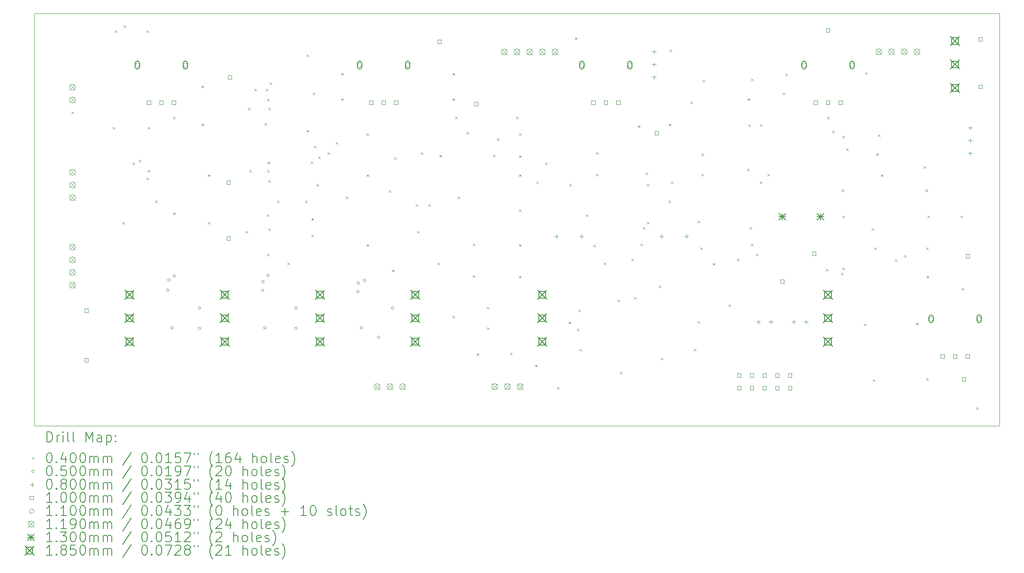
<source format=gbr>
%FSLAX45Y45*%
G04 Gerber Fmt 4.5, Leading zero omitted, Abs format (unit mm)*
G04 Created by KiCad (PCBNEW 6.0.5+dfsg-1~bpo11+1) date 2022-07-25 15:23:16*
%MOMM*%
%LPD*%
G01*
G04 APERTURE LIST*
%TA.AperFunction,Profile*%
%ADD10C,0.100000*%
%TD*%
%ADD11C,0.200000*%
%ADD12C,0.040000*%
%ADD13C,0.050000*%
%ADD14C,0.080000*%
%ADD15C,0.100000*%
%ADD16C,0.110000*%
%ADD17C,0.119000*%
%ADD18C,0.130000*%
%ADD19C,0.185000*%
G04 APERTURE END LIST*
D10*
X5080000Y-13589000D02*
X5080000Y-5334000D01*
X24384000Y-5334000D02*
X24384000Y-13589000D01*
X24384000Y-13589000D02*
X5080000Y-13589000D01*
X5080000Y-5334000D02*
X24384000Y-5334000D01*
D11*
D12*
X5822000Y-7295200D02*
X5862000Y-7335200D01*
X5862000Y-7295200D02*
X5822000Y-7335200D01*
X6647500Y-7600000D02*
X6687500Y-7640000D01*
X6687500Y-7600000D02*
X6647500Y-7640000D01*
X6685600Y-5669600D02*
X6725600Y-5709600D01*
X6725600Y-5669600D02*
X6685600Y-5709600D01*
X6838000Y-9505000D02*
X6878000Y-9545000D01*
X6878000Y-9505000D02*
X6838000Y-9545000D01*
X6863400Y-5568000D02*
X6903400Y-5608000D01*
X6903400Y-5568000D02*
X6863400Y-5608000D01*
X7041200Y-8311200D02*
X7081200Y-8351200D01*
X7081200Y-8311200D02*
X7041200Y-8351200D01*
X7168200Y-8260400D02*
X7208200Y-8300400D01*
X7208200Y-8260400D02*
X7168200Y-8300400D01*
X7320600Y-5669600D02*
X7360600Y-5709600D01*
X7360600Y-5669600D02*
X7320600Y-5709600D01*
X7320600Y-8616000D02*
X7360600Y-8656000D01*
X7360600Y-8616000D02*
X7320600Y-8656000D01*
X7346000Y-7600000D02*
X7386000Y-7640000D01*
X7386000Y-7600000D02*
X7346000Y-7640000D01*
X7346000Y-8463600D02*
X7386000Y-8503600D01*
X7386000Y-8463600D02*
X7346000Y-8503600D01*
X7498400Y-9073200D02*
X7538400Y-9113200D01*
X7538400Y-9073200D02*
X7498400Y-9113200D01*
X7854000Y-7396800D02*
X7894000Y-7436800D01*
X7894000Y-7396800D02*
X7854000Y-7436800D01*
X7854000Y-9314500D02*
X7894000Y-9354500D01*
X7894000Y-9314500D02*
X7854000Y-9354500D01*
X8425500Y-6774500D02*
X8465500Y-6814500D01*
X8465500Y-6774500D02*
X8425500Y-6814500D01*
X8425500Y-7536500D02*
X8465500Y-7576500D01*
X8465500Y-7536500D02*
X8425500Y-7576500D01*
X8552500Y-8552500D02*
X8592500Y-8592500D01*
X8592500Y-8552500D02*
X8552500Y-8592500D01*
X8552500Y-9505000D02*
X8592500Y-9545000D01*
X8592500Y-9505000D02*
X8552500Y-9545000D01*
X9301800Y-9682800D02*
X9341800Y-9722800D01*
X9341800Y-9682800D02*
X9301800Y-9722800D01*
X9352600Y-7219000D02*
X9392600Y-7259000D01*
X9392600Y-7219000D02*
X9352600Y-7259000D01*
X9378000Y-8463600D02*
X9418000Y-8503600D01*
X9418000Y-8463600D02*
X9378000Y-8503600D01*
X9479600Y-6838000D02*
X9519600Y-6878000D01*
X9519600Y-6838000D02*
X9479600Y-6878000D01*
X9682800Y-7523800D02*
X9722800Y-7563800D01*
X9722800Y-7523800D02*
X9682800Y-7563800D01*
X9708200Y-6838000D02*
X9748200Y-6878000D01*
X9748200Y-6838000D02*
X9708200Y-6878000D01*
X9733600Y-7041200D02*
X9773600Y-7081200D01*
X9773600Y-7041200D02*
X9733600Y-7081200D01*
X9733600Y-8463600D02*
X9773600Y-8503600D01*
X9773600Y-8463600D02*
X9733600Y-8503600D01*
X9733600Y-9352600D02*
X9773600Y-9392600D01*
X9773600Y-9352600D02*
X9733600Y-9392600D01*
X9733600Y-10140000D02*
X9773600Y-10180000D01*
X9773600Y-10140000D02*
X9733600Y-10180000D01*
X9746300Y-8298500D02*
X9786300Y-8338500D01*
X9786300Y-8298500D02*
X9746300Y-8338500D01*
X9759000Y-7219000D02*
X9799000Y-7259000D01*
X9799000Y-7219000D02*
X9759000Y-7259000D01*
X9759000Y-8666800D02*
X9799000Y-8706800D01*
X9799000Y-8666800D02*
X9759000Y-8706800D01*
X9759000Y-9632000D02*
X9799000Y-9672000D01*
X9799000Y-9632000D02*
X9759000Y-9672000D01*
X9784400Y-6711000D02*
X9824400Y-6751000D01*
X9824400Y-6711000D02*
X9784400Y-6751000D01*
X9936800Y-9073200D02*
X9976800Y-9113200D01*
X9976800Y-9073200D02*
X9936800Y-9113200D01*
X10140000Y-10317800D02*
X10180000Y-10357800D01*
X10180000Y-10317800D02*
X10140000Y-10357800D01*
X10495600Y-9073200D02*
X10535600Y-9113200D01*
X10535600Y-9073200D02*
X10495600Y-9113200D01*
X10521000Y-6152200D02*
X10561000Y-6192200D01*
X10561000Y-6152200D02*
X10521000Y-6192200D01*
X10521000Y-7663500D02*
X10561000Y-7703500D01*
X10561000Y-7663500D02*
X10521000Y-7703500D01*
X10606363Y-8293919D02*
X10646363Y-8333919D01*
X10646363Y-8293919D02*
X10606363Y-8333919D01*
X10620402Y-9430050D02*
X10660402Y-9470050D01*
X10660402Y-9430050D02*
X10620402Y-9470050D01*
X10622600Y-9759000D02*
X10662600Y-9799000D01*
X10662600Y-9759000D02*
X10622600Y-9799000D01*
X10648000Y-6914200D02*
X10688000Y-6954200D01*
X10688000Y-6914200D02*
X10648000Y-6954200D01*
X10673400Y-7981000D02*
X10713400Y-8021000D01*
X10713400Y-7981000D02*
X10673400Y-8021000D01*
X10724200Y-8743000D02*
X10764200Y-8783000D01*
X10764200Y-8743000D02*
X10724200Y-8783000D01*
X10760651Y-8192668D02*
X10800651Y-8232668D01*
X10800651Y-8192668D02*
X10760651Y-8232668D01*
X10946398Y-8108000D02*
X10986398Y-8148000D01*
X10986398Y-8108000D02*
X10946398Y-8148000D01*
X11105200Y-7904800D02*
X11145200Y-7944800D01*
X11145200Y-7904800D02*
X11105200Y-7944800D01*
X11219500Y-6520500D02*
X11259500Y-6560500D01*
X11259500Y-6520500D02*
X11219500Y-6560500D01*
X11219500Y-7028500D02*
X11259500Y-7068500D01*
X11259500Y-7028500D02*
X11219500Y-7068500D01*
X11308400Y-8997000D02*
X11348400Y-9037000D01*
X11348400Y-8997000D02*
X11308400Y-9037000D01*
X11727500Y-7727000D02*
X11767500Y-7767000D01*
X11767500Y-7727000D02*
X11727500Y-7767000D01*
X11727500Y-8552500D02*
X11767500Y-8592500D01*
X11767500Y-8552500D02*
X11727500Y-8592500D01*
X11727500Y-9949500D02*
X11767500Y-9989500D01*
X11767500Y-9949500D02*
X11727500Y-9989500D01*
X12172000Y-8870000D02*
X12212000Y-8910000D01*
X12212000Y-8870000D02*
X12172000Y-8910000D01*
X12235500Y-10457500D02*
X12275500Y-10497500D01*
X12275500Y-10457500D02*
X12235500Y-10497500D01*
X12273600Y-8209600D02*
X12313600Y-8249600D01*
X12313600Y-8209600D02*
X12273600Y-8249600D01*
X12705400Y-9149400D02*
X12745400Y-9189400D01*
X12745400Y-9149400D02*
X12705400Y-9189400D01*
X12730800Y-9682800D02*
X12770800Y-9722800D01*
X12770800Y-9682800D02*
X12730800Y-9722800D01*
X12807000Y-8108000D02*
X12847000Y-8148000D01*
X12847000Y-8108000D02*
X12807000Y-8148000D01*
X12959400Y-9149400D02*
X12999400Y-9189400D01*
X12999400Y-9149400D02*
X12959400Y-9189400D01*
X13137200Y-10317800D02*
X13177200Y-10357800D01*
X13177200Y-10317800D02*
X13137200Y-10357800D01*
X13183703Y-8163097D02*
X13223703Y-8203097D01*
X13223703Y-8163097D02*
X13183703Y-8203097D01*
X13442000Y-6520500D02*
X13482000Y-6560500D01*
X13482000Y-6520500D02*
X13442000Y-6560500D01*
X13442000Y-7028500D02*
X13482000Y-7068500D01*
X13482000Y-7028500D02*
X13442000Y-7068500D01*
X13442000Y-11384600D02*
X13482000Y-11424600D01*
X13482000Y-11384600D02*
X13442000Y-11424600D01*
X13492800Y-7396800D02*
X13532800Y-7436800D01*
X13532800Y-7396800D02*
X13492800Y-7436800D01*
X13543600Y-8997000D02*
X13583600Y-9037000D01*
X13583600Y-8997000D02*
X13543600Y-9037000D01*
X13721400Y-7701600D02*
X13761400Y-7741600D01*
X13761400Y-7701600D02*
X13721400Y-7741600D01*
X13848400Y-9936800D02*
X13888400Y-9976800D01*
X13888400Y-9936800D02*
X13848400Y-9976800D01*
X13848400Y-10571800D02*
X13888400Y-10611800D01*
X13888400Y-10571800D02*
X13848400Y-10611800D01*
X13924600Y-12133900D02*
X13964600Y-12173900D01*
X13964600Y-12133900D02*
X13924600Y-12173900D01*
X14127800Y-11206800D02*
X14167800Y-11246800D01*
X14167800Y-11206800D02*
X14127800Y-11246800D01*
X14127800Y-11613200D02*
X14167800Y-11653200D01*
X14167800Y-11613200D02*
X14127800Y-11653200D01*
X14254800Y-8158800D02*
X14294800Y-8198800D01*
X14294800Y-8158800D02*
X14254800Y-8198800D01*
X14331000Y-7828600D02*
X14371000Y-7868600D01*
X14371000Y-7828600D02*
X14331000Y-7868600D01*
X14597700Y-12121200D02*
X14637700Y-12161200D01*
X14637700Y-12121200D02*
X14597700Y-12161200D01*
X14712000Y-7396800D02*
X14752000Y-7436800D01*
X14752000Y-7396800D02*
X14712000Y-7436800D01*
X14775500Y-7727000D02*
X14815500Y-7767000D01*
X14815500Y-7727000D02*
X14775500Y-7767000D01*
X14775500Y-8171500D02*
X14815500Y-8211500D01*
X14815500Y-8171500D02*
X14775500Y-8211500D01*
X14775500Y-8552500D02*
X14815500Y-8592500D01*
X14815500Y-8552500D02*
X14775500Y-8592500D01*
X14775500Y-9251000D02*
X14815500Y-9291000D01*
X14815500Y-9251000D02*
X14775500Y-9291000D01*
X14775500Y-9949500D02*
X14815500Y-9989500D01*
X14815500Y-9949500D02*
X14775500Y-9989500D01*
X14775500Y-10584500D02*
X14815500Y-10624500D01*
X14815500Y-10584500D02*
X14775500Y-10624500D01*
X15093000Y-12362500D02*
X15133000Y-12402500D01*
X15133000Y-12362500D02*
X15093000Y-12402500D01*
X15118400Y-8692200D02*
X15158400Y-8732200D01*
X15158400Y-8692200D02*
X15118400Y-8732200D01*
X15296200Y-8311200D02*
X15336200Y-8351200D01*
X15336200Y-8311200D02*
X15296200Y-8351200D01*
X15537500Y-12807000D02*
X15577500Y-12847000D01*
X15577500Y-12807000D02*
X15537500Y-12847000D01*
X15766100Y-11498900D02*
X15806100Y-11538900D01*
X15806100Y-11498900D02*
X15766100Y-11538900D01*
X15778800Y-8743000D02*
X15818800Y-8783000D01*
X15818800Y-8743000D02*
X15778800Y-8783000D01*
X15893100Y-5809300D02*
X15933100Y-5849300D01*
X15933100Y-5809300D02*
X15893100Y-5849300D01*
X15931200Y-11638600D02*
X15971200Y-11678600D01*
X15971200Y-11638600D02*
X15931200Y-11678600D01*
X15956600Y-11257600D02*
X15996600Y-11297600D01*
X15996600Y-11257600D02*
X15956600Y-11297600D01*
X15982000Y-12045000D02*
X16022000Y-12085000D01*
X16022000Y-12045000D02*
X15982000Y-12085000D01*
X16109000Y-9352600D02*
X16149000Y-9392600D01*
X16149000Y-9352600D02*
X16109000Y-9392600D01*
X16261400Y-9962200D02*
X16301400Y-10002200D01*
X16301400Y-9962200D02*
X16261400Y-10002200D01*
X16312200Y-8108000D02*
X16352200Y-8148000D01*
X16352200Y-8108000D02*
X16312200Y-8148000D01*
X16312200Y-8539800D02*
X16352200Y-8579800D01*
X16352200Y-8539800D02*
X16312200Y-8579800D01*
X16464600Y-10317800D02*
X16504600Y-10357800D01*
X16504600Y-10317800D02*
X16464600Y-10357800D01*
X16744000Y-11054400D02*
X16784000Y-11094400D01*
X16784000Y-11054400D02*
X16744000Y-11094400D01*
X16794800Y-12502200D02*
X16834800Y-12542200D01*
X16834800Y-12502200D02*
X16794800Y-12542200D01*
X17023400Y-10241600D02*
X17063400Y-10281600D01*
X17063400Y-10241600D02*
X17023400Y-10281600D01*
X17074200Y-11003600D02*
X17114200Y-11043600D01*
X17114200Y-11003600D02*
X17074200Y-11043600D01*
X17155740Y-7571652D02*
X17195740Y-7611652D01*
X17195740Y-7571652D02*
X17155740Y-7611652D01*
X17201200Y-9936800D02*
X17241200Y-9976800D01*
X17241200Y-9936800D02*
X17201200Y-9976800D01*
X17252000Y-9606600D02*
X17292000Y-9646600D01*
X17292000Y-9606600D02*
X17252000Y-9646600D01*
X17302800Y-8514400D02*
X17342800Y-8554400D01*
X17342800Y-8514400D02*
X17302800Y-8554400D01*
X17328200Y-8743000D02*
X17368200Y-8783000D01*
X17368200Y-8743000D02*
X17328200Y-8783000D01*
X17328200Y-9505000D02*
X17368200Y-9545000D01*
X17368200Y-9505000D02*
X17328200Y-9545000D01*
X17569500Y-10775000D02*
X17609500Y-10815000D01*
X17609500Y-10775000D02*
X17569500Y-10815000D01*
X17607600Y-12222800D02*
X17647600Y-12262800D01*
X17647600Y-12222800D02*
X17607600Y-12262800D01*
X17760000Y-9073200D02*
X17800000Y-9113200D01*
X17800000Y-9073200D02*
X17760000Y-9113200D01*
X17770603Y-7537434D02*
X17810603Y-7577434D01*
X17810603Y-7537434D02*
X17770603Y-7577434D01*
X17785400Y-6050600D02*
X17825400Y-6090600D01*
X17825400Y-6050600D02*
X17785400Y-6090600D01*
X17810800Y-8692200D02*
X17850800Y-8732200D01*
X17850800Y-8692200D02*
X17810800Y-8732200D01*
X18204500Y-7092000D02*
X18244500Y-7132000D01*
X18244500Y-7092000D02*
X18204500Y-7132000D01*
X18268000Y-12045000D02*
X18308000Y-12085000D01*
X18308000Y-12045000D02*
X18268000Y-12085000D01*
X18344200Y-9479600D02*
X18384200Y-9519600D01*
X18384200Y-9479600D02*
X18344200Y-9519600D01*
X18344200Y-11486200D02*
X18384200Y-11526200D01*
X18384200Y-11486200D02*
X18344200Y-11526200D01*
X18395000Y-10013000D02*
X18435000Y-10053000D01*
X18435000Y-10013000D02*
X18395000Y-10053000D01*
X18420400Y-8133400D02*
X18460400Y-8173400D01*
X18460400Y-8133400D02*
X18420400Y-8173400D01*
X18420400Y-8539800D02*
X18460400Y-8579800D01*
X18460400Y-8539800D02*
X18420400Y-8579800D01*
X18445800Y-6660200D02*
X18485800Y-6700200D01*
X18485800Y-6660200D02*
X18445800Y-6700200D01*
X18647458Y-10326550D02*
X18687458Y-10366550D01*
X18687458Y-10326550D02*
X18647458Y-10366550D01*
X18966500Y-11156000D02*
X19006500Y-11196000D01*
X19006500Y-11156000D02*
X18966500Y-11196000D01*
X19131600Y-10241600D02*
X19171600Y-10281600D01*
X19171600Y-10241600D02*
X19131600Y-10281600D01*
X19334800Y-8438200D02*
X19374800Y-8478200D01*
X19374800Y-8438200D02*
X19334800Y-8478200D01*
X19347500Y-7028500D02*
X19387500Y-7068500D01*
X19387500Y-7028500D02*
X19347500Y-7068500D01*
X19360200Y-7549200D02*
X19400200Y-7589200D01*
X19400200Y-7549200D02*
X19360200Y-7589200D01*
X19385600Y-9606600D02*
X19425600Y-9646600D01*
X19425600Y-9606600D02*
X19385600Y-9646600D01*
X19411000Y-6634800D02*
X19451000Y-6674800D01*
X19451000Y-6634800D02*
X19411000Y-6674800D01*
X19411000Y-9936800D02*
X19451000Y-9976800D01*
X19451000Y-9936800D02*
X19411000Y-9976800D01*
X19512600Y-10140000D02*
X19552600Y-10180000D01*
X19552600Y-10140000D02*
X19512600Y-10180000D01*
X19588800Y-7549200D02*
X19628800Y-7589200D01*
X19628800Y-7549200D02*
X19588800Y-7589200D01*
X19588800Y-8692200D02*
X19628800Y-8732200D01*
X19628800Y-8692200D02*
X19588800Y-8732200D01*
X19741200Y-8539800D02*
X19781200Y-8579800D01*
X19781200Y-8539800D02*
X19741200Y-8579800D01*
X20046000Y-6914200D02*
X20086000Y-6954200D01*
X20086000Y-6914200D02*
X20046000Y-6954200D01*
X20096800Y-6533200D02*
X20136800Y-6573200D01*
X20136800Y-6533200D02*
X20096800Y-6573200D01*
X20909600Y-10444800D02*
X20949600Y-10484800D01*
X20949600Y-10444800D02*
X20909600Y-10484800D01*
X20935000Y-7396800D02*
X20975000Y-7436800D01*
X20975000Y-7396800D02*
X20935000Y-7436800D01*
X21036600Y-7676200D02*
X21076600Y-7716200D01*
X21076600Y-7676200D02*
X21036600Y-7716200D01*
X21214400Y-10521000D02*
X21254400Y-10561000D01*
X21254400Y-10521000D02*
X21214400Y-10561000D01*
X21239800Y-7777800D02*
X21279800Y-7817800D01*
X21279800Y-7777800D02*
X21239800Y-7817800D01*
X21239800Y-9378000D02*
X21279800Y-9418000D01*
X21279800Y-9378000D02*
X21239800Y-9418000D01*
X21239800Y-10419400D02*
X21279800Y-10459400D01*
X21279800Y-10419400D02*
X21239800Y-10459400D01*
X21316000Y-8031800D02*
X21356000Y-8071800D01*
X21356000Y-8031800D02*
X21316000Y-8071800D01*
X21671600Y-11537000D02*
X21711600Y-11577000D01*
X21711600Y-11537000D02*
X21671600Y-11577000D01*
X21701934Y-6507262D02*
X21741934Y-6547262D01*
X21741934Y-6507262D02*
X21701934Y-6547262D01*
X21824000Y-9632000D02*
X21864000Y-9672000D01*
X21864000Y-9632000D02*
X21824000Y-9672000D01*
X21849400Y-12654600D02*
X21889400Y-12694600D01*
X21889400Y-12654600D02*
X21849400Y-12694600D01*
X21874800Y-10013000D02*
X21914800Y-10053000D01*
X21914800Y-10013000D02*
X21874800Y-10053000D01*
X21922775Y-8130575D02*
X21962775Y-8170575D01*
X21962775Y-8130575D02*
X21922775Y-8170575D01*
X21951000Y-7752400D02*
X21991000Y-7792400D01*
X21991000Y-7752400D02*
X21951000Y-7792400D01*
X22014500Y-8552500D02*
X22054500Y-8592500D01*
X22054500Y-8552500D02*
X22014500Y-8592500D01*
X22289915Y-10253650D02*
X22329915Y-10293650D01*
X22329915Y-10253650D02*
X22289915Y-10293650D01*
X22481100Y-10168700D02*
X22521100Y-10208700D01*
X22521100Y-10168700D02*
X22481100Y-10208700D01*
X22713000Y-11524300D02*
X22753000Y-11564300D01*
X22753000Y-11524300D02*
X22713000Y-11564300D01*
X22865400Y-8387400D02*
X22905400Y-8427400D01*
X22905400Y-8387400D02*
X22865400Y-8427400D01*
X22916200Y-10013000D02*
X22956200Y-10053000D01*
X22956200Y-10013000D02*
X22916200Y-10053000D01*
X22916200Y-12629200D02*
X22956200Y-12669200D01*
X22956200Y-12629200D02*
X22916200Y-12669200D01*
X22928900Y-10584500D02*
X22968900Y-10624500D01*
X22968900Y-10584500D02*
X22928900Y-10624500D01*
X22941600Y-9378000D02*
X22981600Y-9418000D01*
X22981600Y-9378000D02*
X22941600Y-9418000D01*
X23602000Y-9378000D02*
X23642000Y-9418000D01*
X23642000Y-9378000D02*
X23602000Y-9418000D01*
X23627400Y-10825800D02*
X23667400Y-10865800D01*
X23667400Y-10825800D02*
X23627400Y-10865800D01*
X23919500Y-13213400D02*
X23959500Y-13253400D01*
X23959500Y-13213400D02*
X23919500Y-13253400D01*
D13*
X7772000Y-10871200D02*
G75*
G03*
X7772000Y-10871200I-25000J0D01*
G01*
X7797400Y-10668000D02*
G75*
G03*
X7797400Y-10668000I-25000J0D01*
G01*
X7860900Y-11620500D02*
G75*
G03*
X7860900Y-11620500I-25000J0D01*
G01*
X7901923Y-10582302D02*
G75*
G03*
X7901923Y-10582302I-25000J0D01*
G01*
X8407000Y-11226800D02*
G75*
G03*
X8407000Y-11226800I-25000J0D01*
G01*
X8407000Y-11633200D02*
G75*
G03*
X8407000Y-11633200I-25000J0D01*
G01*
X9668972Y-10872050D02*
G75*
G03*
X9668972Y-10872050I-25000J0D01*
G01*
X9677000Y-10702150D02*
G75*
G03*
X9677000Y-10702150I-25000J0D01*
G01*
X9715100Y-11620500D02*
G75*
G03*
X9715100Y-11620500I-25000J0D01*
G01*
X9777058Y-10573452D02*
G75*
G03*
X9777058Y-10573452I-25000J0D01*
G01*
X10337400Y-11226800D02*
G75*
G03*
X10337400Y-11226800I-25000J0D01*
G01*
X10337400Y-11633200D02*
G75*
G03*
X10337400Y-11633200I-25000J0D01*
G01*
X11574425Y-10895752D02*
G75*
G03*
X11574425Y-10895752I-25000J0D01*
G01*
X11582000Y-10725852D02*
G75*
G03*
X11582000Y-10725852I-25000J0D01*
G01*
X11645500Y-11620500D02*
G75*
G03*
X11645500Y-11620500I-25000J0D01*
G01*
X11709000Y-10675901D02*
G75*
G03*
X11709000Y-10675901I-25000J0D01*
G01*
X11988400Y-11811000D02*
G75*
G03*
X11988400Y-11811000I-25000J0D01*
G01*
X12267800Y-11226800D02*
G75*
G03*
X12267800Y-11226800I-25000J0D01*
G01*
X21274900Y-8877300D02*
G75*
G03*
X21274900Y-8877300I-25000J0D01*
G01*
X22951300Y-8877300D02*
G75*
G03*
X22951300Y-8877300I-25000J0D01*
G01*
D14*
X15523400Y-9751700D02*
X15523400Y-9831700D01*
X15483400Y-9791700D02*
X15563400Y-9791700D01*
X16023400Y-9751700D02*
X16023400Y-9831700D01*
X15983400Y-9791700D02*
X16063400Y-9791700D01*
X17475200Y-6055000D02*
X17475200Y-6135000D01*
X17435200Y-6095000D02*
X17515200Y-6095000D01*
X17475200Y-6309000D02*
X17475200Y-6389000D01*
X17435200Y-6349000D02*
X17515200Y-6349000D01*
X17475200Y-6563000D02*
X17475200Y-6643000D01*
X17435200Y-6603000D02*
X17515200Y-6603000D01*
X17622900Y-9751700D02*
X17622900Y-9831700D01*
X17582900Y-9791700D02*
X17662900Y-9791700D01*
X18122900Y-9751700D02*
X18122900Y-9831700D01*
X18082900Y-9791700D02*
X18162900Y-9791700D01*
X19562000Y-11466200D02*
X19562000Y-11546200D01*
X19522000Y-11506200D02*
X19602000Y-11506200D01*
X19812000Y-11466200D02*
X19812000Y-11546200D01*
X19772000Y-11506200D02*
X19852000Y-11506200D01*
X20264438Y-11466200D02*
X20264438Y-11546200D01*
X20224438Y-11506200D02*
X20304438Y-11506200D01*
X20514438Y-11466200D02*
X20514438Y-11546200D01*
X20474438Y-11506200D02*
X20554438Y-11506200D01*
X23799800Y-7580000D02*
X23799800Y-7660000D01*
X23759800Y-7620000D02*
X23839800Y-7620000D01*
X23799800Y-7834000D02*
X23799800Y-7914000D01*
X23759800Y-7874000D02*
X23839800Y-7874000D01*
X23799800Y-8088000D02*
X23799800Y-8168000D01*
X23759800Y-8128000D02*
X23839800Y-8128000D01*
D15*
X6156756Y-11312956D02*
X6156756Y-11242244D01*
X6086044Y-11242244D01*
X6086044Y-11312956D01*
X6156756Y-11312956D01*
X6156756Y-12303556D02*
X6156756Y-12232844D01*
X6086044Y-12232844D01*
X6086044Y-12303556D01*
X6156756Y-12303556D01*
X7405356Y-7147356D02*
X7405356Y-7076644D01*
X7334644Y-7076644D01*
X7334644Y-7147356D01*
X7405356Y-7147356D01*
X7655356Y-7147356D02*
X7655356Y-7076644D01*
X7584644Y-7076644D01*
X7584644Y-7147356D01*
X7655356Y-7147356D01*
X7905356Y-7147356D02*
X7905356Y-7076644D01*
X7834644Y-7076644D01*
X7834644Y-7147356D01*
X7905356Y-7147356D01*
X9001556Y-8747556D02*
X9001556Y-8676844D01*
X8930844Y-8676844D01*
X8930844Y-8747556D01*
X9001556Y-8747556D01*
X9001556Y-9865156D02*
X9001556Y-9794444D01*
X8930844Y-9794444D01*
X8930844Y-9865156D01*
X9001556Y-9865156D01*
X9026956Y-6639356D02*
X9026956Y-6568644D01*
X8956244Y-6568644D01*
X8956244Y-6639356D01*
X9026956Y-6639356D01*
X11850356Y-7147356D02*
X11850356Y-7076644D01*
X11779644Y-7076644D01*
X11779644Y-7147356D01*
X11850356Y-7147356D01*
X12100356Y-7147356D02*
X12100356Y-7076644D01*
X12029644Y-7076644D01*
X12029644Y-7147356D01*
X12100356Y-7147356D01*
X12350356Y-7147356D02*
X12350356Y-7076644D01*
X12279644Y-7076644D01*
X12279644Y-7147356D01*
X12350356Y-7147356D01*
X13217956Y-5928156D02*
X13217956Y-5857444D01*
X13147244Y-5857444D01*
X13147244Y-5928156D01*
X13217956Y-5928156D01*
X13954556Y-7172756D02*
X13954556Y-7102044D01*
X13883844Y-7102044D01*
X13883844Y-7172756D01*
X13954556Y-7172756D01*
X16295356Y-7147356D02*
X16295356Y-7076644D01*
X16224644Y-7076644D01*
X16224644Y-7147356D01*
X16295356Y-7147356D01*
X16545356Y-7147356D02*
X16545356Y-7076644D01*
X16474644Y-7076644D01*
X16474644Y-7147356D01*
X16545356Y-7147356D01*
X16795356Y-7147356D02*
X16795356Y-7076644D01*
X16724644Y-7076644D01*
X16724644Y-7147356D01*
X16795356Y-7147356D01*
X17561356Y-7756956D02*
X17561356Y-7686244D01*
X17490644Y-7686244D01*
X17490644Y-7756956D01*
X17561356Y-7756956D01*
X19212356Y-12608356D02*
X19212356Y-12537644D01*
X19141644Y-12537644D01*
X19141644Y-12608356D01*
X19212356Y-12608356D01*
X19212356Y-12862356D02*
X19212356Y-12791644D01*
X19141644Y-12791644D01*
X19141644Y-12862356D01*
X19212356Y-12862356D01*
X19466356Y-12608356D02*
X19466356Y-12537644D01*
X19395644Y-12537644D01*
X19395644Y-12608356D01*
X19466356Y-12608356D01*
X19466356Y-12862356D02*
X19466356Y-12791644D01*
X19395644Y-12791644D01*
X19395644Y-12862356D01*
X19466356Y-12862356D01*
X19720356Y-12608356D02*
X19720356Y-12537644D01*
X19649644Y-12537644D01*
X19649644Y-12608356D01*
X19720356Y-12608356D01*
X19720356Y-12862356D02*
X19720356Y-12791644D01*
X19649644Y-12791644D01*
X19649644Y-12862356D01*
X19720356Y-12862356D01*
X19974356Y-12608356D02*
X19974356Y-12537644D01*
X19903644Y-12537644D01*
X19903644Y-12608356D01*
X19974356Y-12608356D01*
X19974356Y-12862356D02*
X19974356Y-12791644D01*
X19903644Y-12791644D01*
X19903644Y-12862356D01*
X19974356Y-12862356D01*
X20075956Y-10728756D02*
X20075956Y-10658044D01*
X20005244Y-10658044D01*
X20005244Y-10728756D01*
X20075956Y-10728756D01*
X20228356Y-12608356D02*
X20228356Y-12537644D01*
X20157644Y-12537644D01*
X20157644Y-12608356D01*
X20228356Y-12608356D01*
X20228356Y-12862356D02*
X20228356Y-12791644D01*
X20157644Y-12791644D01*
X20157644Y-12862356D01*
X20228356Y-12862356D01*
X20710956Y-10169956D02*
X20710956Y-10099244D01*
X20640244Y-10099244D01*
X20640244Y-10169956D01*
X20710956Y-10169956D01*
X20740356Y-7147356D02*
X20740356Y-7076644D01*
X20669644Y-7076644D01*
X20669644Y-7147356D01*
X20740356Y-7147356D01*
X20990356Y-5699556D02*
X20990356Y-5628844D01*
X20919644Y-5628844D01*
X20919644Y-5699556D01*
X20990356Y-5699556D01*
X20990356Y-7147356D02*
X20990356Y-7076644D01*
X20919644Y-7076644D01*
X20919644Y-7147356D01*
X20990356Y-7147356D01*
X21240356Y-7147356D02*
X21240356Y-7076644D01*
X21169644Y-7076644D01*
X21169644Y-7147356D01*
X21240356Y-7147356D01*
X23280356Y-12228356D02*
X23280356Y-12157644D01*
X23209644Y-12157644D01*
X23209644Y-12228356D01*
X23280356Y-12228356D01*
X23530356Y-12228356D02*
X23530356Y-12157644D01*
X23459644Y-12157644D01*
X23459644Y-12228356D01*
X23530356Y-12228356D01*
X23708156Y-12684556D02*
X23708156Y-12613844D01*
X23637444Y-12613844D01*
X23637444Y-12684556D01*
X23708156Y-12684556D01*
X23780356Y-12228356D02*
X23780356Y-12157644D01*
X23709644Y-12157644D01*
X23709644Y-12228356D01*
X23780356Y-12228356D01*
X23784356Y-10220756D02*
X23784356Y-10150044D01*
X23713644Y-10150044D01*
X23713644Y-10220756D01*
X23784356Y-10220756D01*
X24038356Y-5877356D02*
X24038356Y-5806644D01*
X23967644Y-5806644D01*
X23967644Y-5877356D01*
X24038356Y-5877356D01*
X24038356Y-6829856D02*
X24038356Y-6759144D01*
X23967644Y-6759144D01*
X23967644Y-6829856D01*
X24038356Y-6829856D01*
D16*
X7140000Y-6417000D02*
X7195000Y-6362000D01*
X7140000Y-6307000D01*
X7085000Y-6362000D01*
X7140000Y-6417000D01*
D11*
X7185000Y-6397000D02*
X7185000Y-6327000D01*
X7095000Y-6397000D02*
X7095000Y-6327000D01*
X7185000Y-6327000D02*
G75*
G03*
X7095000Y-6327000I-45000J0D01*
G01*
X7095000Y-6397000D02*
G75*
G03*
X7185000Y-6397000I45000J0D01*
G01*
D16*
X8100000Y-6417000D02*
X8155000Y-6362000D01*
X8100000Y-6307000D01*
X8045000Y-6362000D01*
X8100000Y-6417000D01*
D11*
X8145000Y-6397000D02*
X8145000Y-6327000D01*
X8055000Y-6397000D02*
X8055000Y-6327000D01*
X8145000Y-6327000D02*
G75*
G03*
X8055000Y-6327000I-45000J0D01*
G01*
X8055000Y-6397000D02*
G75*
G03*
X8145000Y-6397000I45000J0D01*
G01*
D16*
X11585000Y-6417000D02*
X11640000Y-6362000D01*
X11585000Y-6307000D01*
X11530000Y-6362000D01*
X11585000Y-6417000D01*
D11*
X11630000Y-6397000D02*
X11630000Y-6327000D01*
X11540000Y-6397000D02*
X11540000Y-6327000D01*
X11630000Y-6327000D02*
G75*
G03*
X11540000Y-6327000I-45000J0D01*
G01*
X11540000Y-6397000D02*
G75*
G03*
X11630000Y-6397000I45000J0D01*
G01*
D16*
X12545000Y-6417000D02*
X12600000Y-6362000D01*
X12545000Y-6307000D01*
X12490000Y-6362000D01*
X12545000Y-6417000D01*
D11*
X12590000Y-6397000D02*
X12590000Y-6327000D01*
X12500000Y-6397000D02*
X12500000Y-6327000D01*
X12590000Y-6327000D02*
G75*
G03*
X12500000Y-6327000I-45000J0D01*
G01*
X12500000Y-6397000D02*
G75*
G03*
X12590000Y-6397000I45000J0D01*
G01*
D16*
X16030000Y-6417000D02*
X16085000Y-6362000D01*
X16030000Y-6307000D01*
X15975000Y-6362000D01*
X16030000Y-6417000D01*
D11*
X16075000Y-6397000D02*
X16075000Y-6327000D01*
X15985000Y-6397000D02*
X15985000Y-6327000D01*
X16075000Y-6327000D02*
G75*
G03*
X15985000Y-6327000I-45000J0D01*
G01*
X15985000Y-6397000D02*
G75*
G03*
X16075000Y-6397000I45000J0D01*
G01*
D16*
X16990000Y-6417000D02*
X17045000Y-6362000D01*
X16990000Y-6307000D01*
X16935000Y-6362000D01*
X16990000Y-6417000D01*
D11*
X17035000Y-6397000D02*
X17035000Y-6327000D01*
X16945000Y-6397000D02*
X16945000Y-6327000D01*
X17035000Y-6327000D02*
G75*
G03*
X16945000Y-6327000I-45000J0D01*
G01*
X16945000Y-6397000D02*
G75*
G03*
X17035000Y-6397000I45000J0D01*
G01*
D16*
X20475000Y-6417000D02*
X20530000Y-6362000D01*
X20475000Y-6307000D01*
X20420000Y-6362000D01*
X20475000Y-6417000D01*
D11*
X20520000Y-6397000D02*
X20520000Y-6327000D01*
X20430000Y-6397000D02*
X20430000Y-6327000D01*
X20520000Y-6327000D02*
G75*
G03*
X20430000Y-6327000I-45000J0D01*
G01*
X20430000Y-6397000D02*
G75*
G03*
X20520000Y-6397000I45000J0D01*
G01*
D16*
X21435000Y-6417000D02*
X21490000Y-6362000D01*
X21435000Y-6307000D01*
X21380000Y-6362000D01*
X21435000Y-6417000D01*
D11*
X21480000Y-6397000D02*
X21480000Y-6327000D01*
X21390000Y-6397000D02*
X21390000Y-6327000D01*
X21480000Y-6327000D02*
G75*
G03*
X21390000Y-6327000I-45000J0D01*
G01*
X21390000Y-6397000D02*
G75*
G03*
X21480000Y-6397000I45000J0D01*
G01*
D16*
X23015000Y-11498000D02*
X23070000Y-11443000D01*
X23015000Y-11388000D01*
X22960000Y-11443000D01*
X23015000Y-11498000D01*
D11*
X23060000Y-11478000D02*
X23060000Y-11408000D01*
X22970000Y-11478000D02*
X22970000Y-11408000D01*
X23060000Y-11408000D02*
G75*
G03*
X22970000Y-11408000I-45000J0D01*
G01*
X22970000Y-11478000D02*
G75*
G03*
X23060000Y-11478000I45000J0D01*
G01*
D16*
X23975000Y-11498000D02*
X24030000Y-11443000D01*
X23975000Y-11388000D01*
X23920000Y-11443000D01*
X23975000Y-11498000D01*
D11*
X24020000Y-11478000D02*
X24020000Y-11408000D01*
X23930000Y-11478000D02*
X23930000Y-11408000D01*
X24020000Y-11408000D02*
G75*
G03*
X23930000Y-11408000I-45000J0D01*
G01*
X23930000Y-11478000D02*
G75*
G03*
X24020000Y-11478000I45000J0D01*
G01*
D17*
X5782500Y-6747700D02*
X5901500Y-6866700D01*
X5901500Y-6747700D02*
X5782500Y-6866700D01*
X5901500Y-6807200D02*
G75*
G03*
X5901500Y-6807200I-59500J0D01*
G01*
X5782500Y-7001700D02*
X5901500Y-7120700D01*
X5901500Y-7001700D02*
X5782500Y-7120700D01*
X5901500Y-7061200D02*
G75*
G03*
X5901500Y-7061200I-59500J0D01*
G01*
X5782500Y-9948100D02*
X5901500Y-10067100D01*
X5901500Y-9948100D02*
X5782500Y-10067100D01*
X5901500Y-10007600D02*
G75*
G03*
X5901500Y-10007600I-59500J0D01*
G01*
X5782500Y-10202100D02*
X5901500Y-10321100D01*
X5901500Y-10202100D02*
X5782500Y-10321100D01*
X5901500Y-10261600D02*
G75*
G03*
X5901500Y-10261600I-59500J0D01*
G01*
X5782500Y-10456100D02*
X5901500Y-10575100D01*
X5901500Y-10456100D02*
X5782500Y-10575100D01*
X5901500Y-10515600D02*
G75*
G03*
X5901500Y-10515600I-59500J0D01*
G01*
X5782500Y-10710100D02*
X5901500Y-10829100D01*
X5901500Y-10710100D02*
X5782500Y-10829100D01*
X5901500Y-10769600D02*
G75*
G03*
X5901500Y-10769600I-59500J0D01*
G01*
X5784500Y-8449500D02*
X5903500Y-8568500D01*
X5903500Y-8449500D02*
X5784500Y-8568500D01*
X5903500Y-8509000D02*
G75*
G03*
X5903500Y-8509000I-59500J0D01*
G01*
X5784500Y-8703500D02*
X5903500Y-8822500D01*
X5903500Y-8703500D02*
X5784500Y-8822500D01*
X5903500Y-8763000D02*
G75*
G03*
X5903500Y-8763000I-59500J0D01*
G01*
X5784500Y-8957500D02*
X5903500Y-9076500D01*
X5903500Y-8957500D02*
X5784500Y-9076500D01*
X5903500Y-9017000D02*
G75*
G03*
X5903500Y-9017000I-59500J0D01*
G01*
X11878500Y-12742100D02*
X11997500Y-12861100D01*
X11997500Y-12742100D02*
X11878500Y-12861100D01*
X11997500Y-12801600D02*
G75*
G03*
X11997500Y-12801600I-59500J0D01*
G01*
X12132500Y-12742100D02*
X12251500Y-12861100D01*
X12251500Y-12742100D02*
X12132500Y-12861100D01*
X12251500Y-12801600D02*
G75*
G03*
X12251500Y-12801600I-59500J0D01*
G01*
X12386500Y-12742100D02*
X12505500Y-12861100D01*
X12505500Y-12742100D02*
X12386500Y-12861100D01*
X12505500Y-12801600D02*
G75*
G03*
X12505500Y-12801600I-59500J0D01*
G01*
X14228000Y-12740100D02*
X14347000Y-12859100D01*
X14347000Y-12740100D02*
X14228000Y-12859100D01*
X14347000Y-12799600D02*
G75*
G03*
X14347000Y-12799600I-59500J0D01*
G01*
X14418500Y-6038500D02*
X14537500Y-6157500D01*
X14537500Y-6038500D02*
X14418500Y-6157500D01*
X14537500Y-6098000D02*
G75*
G03*
X14537500Y-6098000I-59500J0D01*
G01*
X14482000Y-12740100D02*
X14601000Y-12859100D01*
X14601000Y-12740100D02*
X14482000Y-12859100D01*
X14601000Y-12799600D02*
G75*
G03*
X14601000Y-12799600I-59500J0D01*
G01*
X14672500Y-6038500D02*
X14791500Y-6157500D01*
X14791500Y-6038500D02*
X14672500Y-6157500D01*
X14791500Y-6098000D02*
G75*
G03*
X14791500Y-6098000I-59500J0D01*
G01*
X14736000Y-12740100D02*
X14855000Y-12859100D01*
X14855000Y-12740100D02*
X14736000Y-12859100D01*
X14855000Y-12799600D02*
G75*
G03*
X14855000Y-12799600I-59500J0D01*
G01*
X14926500Y-6038500D02*
X15045500Y-6157500D01*
X15045500Y-6038500D02*
X14926500Y-6157500D01*
X15045500Y-6098000D02*
G75*
G03*
X15045500Y-6098000I-59500J0D01*
G01*
X15180500Y-6038500D02*
X15299500Y-6157500D01*
X15299500Y-6038500D02*
X15180500Y-6157500D01*
X15299500Y-6098000D02*
G75*
G03*
X15299500Y-6098000I-59500J0D01*
G01*
X15434500Y-6038500D02*
X15553500Y-6157500D01*
X15553500Y-6038500D02*
X15434500Y-6157500D01*
X15553500Y-6098000D02*
G75*
G03*
X15553500Y-6098000I-59500J0D01*
G01*
X21911500Y-6036500D02*
X22030500Y-6155500D01*
X22030500Y-6036500D02*
X21911500Y-6155500D01*
X22030500Y-6096000D02*
G75*
G03*
X22030500Y-6096000I-59500J0D01*
G01*
X22165500Y-6036500D02*
X22284500Y-6155500D01*
X22284500Y-6036500D02*
X22165500Y-6155500D01*
X22284500Y-6096000D02*
G75*
G03*
X22284500Y-6096000I-59500J0D01*
G01*
X22419500Y-6036500D02*
X22538500Y-6155500D01*
X22538500Y-6036500D02*
X22419500Y-6155500D01*
X22538500Y-6096000D02*
G75*
G03*
X22538500Y-6096000I-59500J0D01*
G01*
X22673500Y-6036500D02*
X22792500Y-6155500D01*
X22792500Y-6036500D02*
X22673500Y-6155500D01*
X22792500Y-6096000D02*
G75*
G03*
X22792500Y-6096000I-59500J0D01*
G01*
D18*
X19975600Y-9333000D02*
X20105600Y-9463000D01*
X20105600Y-9333000D02*
X19975600Y-9463000D01*
X20040600Y-9333000D02*
X20040600Y-9463000D01*
X19975600Y-9398000D02*
X20105600Y-9398000D01*
X20737600Y-9333000D02*
X20867600Y-9463000D01*
X20867600Y-9333000D02*
X20737600Y-9463000D01*
X20802600Y-9333000D02*
X20802600Y-9463000D01*
X20737600Y-9398000D02*
X20867600Y-9398000D01*
D19*
X6892500Y-10867500D02*
X7077500Y-11052500D01*
X7077500Y-10867500D02*
X6892500Y-11052500D01*
X7050408Y-11025408D02*
X7050408Y-10894592D01*
X6919592Y-10894592D01*
X6919592Y-11025408D01*
X7050408Y-11025408D01*
X6892500Y-11337500D02*
X7077500Y-11522500D01*
X7077500Y-11337500D02*
X6892500Y-11522500D01*
X7050408Y-11495408D02*
X7050408Y-11364592D01*
X6919592Y-11364592D01*
X6919592Y-11495408D01*
X7050408Y-11495408D01*
X6892500Y-11807500D02*
X7077500Y-11992500D01*
X7077500Y-11807500D02*
X6892500Y-11992500D01*
X7050408Y-11965408D02*
X7050408Y-11834592D01*
X6919592Y-11834592D01*
X6919592Y-11965408D01*
X7050408Y-11965408D01*
X8797500Y-10867500D02*
X8982500Y-11052500D01*
X8982500Y-10867500D02*
X8797500Y-11052500D01*
X8955408Y-11025408D02*
X8955408Y-10894592D01*
X8824592Y-10894592D01*
X8824592Y-11025408D01*
X8955408Y-11025408D01*
X8797500Y-11337500D02*
X8982500Y-11522500D01*
X8982500Y-11337500D02*
X8797500Y-11522500D01*
X8955408Y-11495408D02*
X8955408Y-11364592D01*
X8824592Y-11364592D01*
X8824592Y-11495408D01*
X8955408Y-11495408D01*
X8797500Y-11807500D02*
X8982500Y-11992500D01*
X8982500Y-11807500D02*
X8797500Y-11992500D01*
X8955408Y-11965408D02*
X8955408Y-11834592D01*
X8824592Y-11834592D01*
X8824592Y-11965408D01*
X8955408Y-11965408D01*
X10702500Y-10867500D02*
X10887500Y-11052500D01*
X10887500Y-10867500D02*
X10702500Y-11052500D01*
X10860408Y-11025408D02*
X10860408Y-10894592D01*
X10729592Y-10894592D01*
X10729592Y-11025408D01*
X10860408Y-11025408D01*
X10702500Y-11337500D02*
X10887500Y-11522500D01*
X10887500Y-11337500D02*
X10702500Y-11522500D01*
X10860408Y-11495408D02*
X10860408Y-11364592D01*
X10729592Y-11364592D01*
X10729592Y-11495408D01*
X10860408Y-11495408D01*
X10702500Y-11807500D02*
X10887500Y-11992500D01*
X10887500Y-11807500D02*
X10702500Y-11992500D01*
X10860408Y-11965408D02*
X10860408Y-11834592D01*
X10729592Y-11834592D01*
X10729592Y-11965408D01*
X10860408Y-11965408D01*
X12607500Y-10867500D02*
X12792500Y-11052500D01*
X12792500Y-10867500D02*
X12607500Y-11052500D01*
X12765408Y-11025408D02*
X12765408Y-10894592D01*
X12634592Y-10894592D01*
X12634592Y-11025408D01*
X12765408Y-11025408D01*
X12607500Y-11337500D02*
X12792500Y-11522500D01*
X12792500Y-11337500D02*
X12607500Y-11522500D01*
X12765408Y-11495408D02*
X12765408Y-11364592D01*
X12634592Y-11364592D01*
X12634592Y-11495408D01*
X12765408Y-11495408D01*
X12607500Y-11807500D02*
X12792500Y-11992500D01*
X12792500Y-11807500D02*
X12607500Y-11992500D01*
X12765408Y-11965408D02*
X12765408Y-11834592D01*
X12634592Y-11834592D01*
X12634592Y-11965408D01*
X12765408Y-11965408D01*
X15147500Y-10867500D02*
X15332500Y-11052500D01*
X15332500Y-10867500D02*
X15147500Y-11052500D01*
X15305408Y-11025408D02*
X15305408Y-10894592D01*
X15174592Y-10894592D01*
X15174592Y-11025408D01*
X15305408Y-11025408D01*
X15147500Y-11337500D02*
X15332500Y-11522500D01*
X15332500Y-11337500D02*
X15147500Y-11522500D01*
X15305408Y-11495408D02*
X15305408Y-11364592D01*
X15174592Y-11364592D01*
X15174592Y-11495408D01*
X15305408Y-11495408D01*
X15147500Y-11807500D02*
X15332500Y-11992500D01*
X15332500Y-11807500D02*
X15147500Y-11992500D01*
X15305408Y-11965408D02*
X15305408Y-11834592D01*
X15174592Y-11834592D01*
X15174592Y-11965408D01*
X15305408Y-11965408D01*
X20862500Y-10867500D02*
X21047500Y-11052500D01*
X21047500Y-10867500D02*
X20862500Y-11052500D01*
X21020408Y-11025408D02*
X21020408Y-10894592D01*
X20889592Y-10894592D01*
X20889592Y-11025408D01*
X21020408Y-11025408D01*
X20862500Y-11337500D02*
X21047500Y-11522500D01*
X21047500Y-11337500D02*
X20862500Y-11522500D01*
X21020408Y-11495408D02*
X21020408Y-11364592D01*
X20889592Y-11364592D01*
X20889592Y-11495408D01*
X21020408Y-11495408D01*
X20862500Y-11807500D02*
X21047500Y-11992500D01*
X21047500Y-11807500D02*
X20862500Y-11992500D01*
X21020408Y-11965408D02*
X21020408Y-11834592D01*
X20889592Y-11834592D01*
X20889592Y-11965408D01*
X21020408Y-11965408D01*
X23402500Y-5787500D02*
X23587500Y-5972500D01*
X23587500Y-5787500D02*
X23402500Y-5972500D01*
X23560408Y-5945408D02*
X23560408Y-5814592D01*
X23429592Y-5814592D01*
X23429592Y-5945408D01*
X23560408Y-5945408D01*
X23402500Y-6257500D02*
X23587500Y-6442500D01*
X23587500Y-6257500D02*
X23402500Y-6442500D01*
X23560408Y-6415408D02*
X23560408Y-6284592D01*
X23429592Y-6284592D01*
X23429592Y-6415408D01*
X23560408Y-6415408D01*
X23402500Y-6727500D02*
X23587500Y-6912500D01*
X23587500Y-6727500D02*
X23402500Y-6912500D01*
X23560408Y-6885408D02*
X23560408Y-6754592D01*
X23429592Y-6754592D01*
X23429592Y-6885408D01*
X23560408Y-6885408D01*
D11*
X5332619Y-13904476D02*
X5332619Y-13704476D01*
X5380238Y-13704476D01*
X5408810Y-13714000D01*
X5427857Y-13733048D01*
X5437381Y-13752095D01*
X5446905Y-13790190D01*
X5446905Y-13818762D01*
X5437381Y-13856857D01*
X5427857Y-13875905D01*
X5408810Y-13894952D01*
X5380238Y-13904476D01*
X5332619Y-13904476D01*
X5532619Y-13904476D02*
X5532619Y-13771143D01*
X5532619Y-13809238D02*
X5542143Y-13790190D01*
X5551667Y-13780667D01*
X5570714Y-13771143D01*
X5589762Y-13771143D01*
X5656428Y-13904476D02*
X5656428Y-13771143D01*
X5656428Y-13704476D02*
X5646905Y-13714000D01*
X5656428Y-13723524D01*
X5665952Y-13714000D01*
X5656428Y-13704476D01*
X5656428Y-13723524D01*
X5780238Y-13904476D02*
X5761190Y-13894952D01*
X5751667Y-13875905D01*
X5751667Y-13704476D01*
X5885000Y-13904476D02*
X5865952Y-13894952D01*
X5856428Y-13875905D01*
X5856428Y-13704476D01*
X6113571Y-13904476D02*
X6113571Y-13704476D01*
X6180238Y-13847333D01*
X6246905Y-13704476D01*
X6246905Y-13904476D01*
X6427857Y-13904476D02*
X6427857Y-13799714D01*
X6418333Y-13780667D01*
X6399286Y-13771143D01*
X6361190Y-13771143D01*
X6342143Y-13780667D01*
X6427857Y-13894952D02*
X6408809Y-13904476D01*
X6361190Y-13904476D01*
X6342143Y-13894952D01*
X6332619Y-13875905D01*
X6332619Y-13856857D01*
X6342143Y-13837809D01*
X6361190Y-13828286D01*
X6408809Y-13828286D01*
X6427857Y-13818762D01*
X6523095Y-13771143D02*
X6523095Y-13971143D01*
X6523095Y-13780667D02*
X6542143Y-13771143D01*
X6580238Y-13771143D01*
X6599286Y-13780667D01*
X6608809Y-13790190D01*
X6618333Y-13809238D01*
X6618333Y-13866381D01*
X6608809Y-13885428D01*
X6599286Y-13894952D01*
X6580238Y-13904476D01*
X6542143Y-13904476D01*
X6523095Y-13894952D01*
X6704048Y-13885428D02*
X6713571Y-13894952D01*
X6704048Y-13904476D01*
X6694524Y-13894952D01*
X6704048Y-13885428D01*
X6704048Y-13904476D01*
X6704048Y-13780667D02*
X6713571Y-13790190D01*
X6704048Y-13799714D01*
X6694524Y-13790190D01*
X6704048Y-13780667D01*
X6704048Y-13799714D01*
D12*
X5035000Y-14214000D02*
X5075000Y-14254000D01*
X5075000Y-14214000D02*
X5035000Y-14254000D01*
D11*
X5370714Y-14124476D02*
X5389762Y-14124476D01*
X5408810Y-14134000D01*
X5418333Y-14143524D01*
X5427857Y-14162571D01*
X5437381Y-14200667D01*
X5437381Y-14248286D01*
X5427857Y-14286381D01*
X5418333Y-14305428D01*
X5408810Y-14314952D01*
X5389762Y-14324476D01*
X5370714Y-14324476D01*
X5351667Y-14314952D01*
X5342143Y-14305428D01*
X5332619Y-14286381D01*
X5323095Y-14248286D01*
X5323095Y-14200667D01*
X5332619Y-14162571D01*
X5342143Y-14143524D01*
X5351667Y-14134000D01*
X5370714Y-14124476D01*
X5523095Y-14305428D02*
X5532619Y-14314952D01*
X5523095Y-14324476D01*
X5513571Y-14314952D01*
X5523095Y-14305428D01*
X5523095Y-14324476D01*
X5704048Y-14191143D02*
X5704048Y-14324476D01*
X5656428Y-14114952D02*
X5608809Y-14257809D01*
X5732619Y-14257809D01*
X5846905Y-14124476D02*
X5865952Y-14124476D01*
X5885000Y-14134000D01*
X5894524Y-14143524D01*
X5904048Y-14162571D01*
X5913571Y-14200667D01*
X5913571Y-14248286D01*
X5904048Y-14286381D01*
X5894524Y-14305428D01*
X5885000Y-14314952D01*
X5865952Y-14324476D01*
X5846905Y-14324476D01*
X5827857Y-14314952D01*
X5818333Y-14305428D01*
X5808809Y-14286381D01*
X5799286Y-14248286D01*
X5799286Y-14200667D01*
X5808809Y-14162571D01*
X5818333Y-14143524D01*
X5827857Y-14134000D01*
X5846905Y-14124476D01*
X6037381Y-14124476D02*
X6056428Y-14124476D01*
X6075476Y-14134000D01*
X6085000Y-14143524D01*
X6094524Y-14162571D01*
X6104048Y-14200667D01*
X6104048Y-14248286D01*
X6094524Y-14286381D01*
X6085000Y-14305428D01*
X6075476Y-14314952D01*
X6056428Y-14324476D01*
X6037381Y-14324476D01*
X6018333Y-14314952D01*
X6008809Y-14305428D01*
X5999286Y-14286381D01*
X5989762Y-14248286D01*
X5989762Y-14200667D01*
X5999286Y-14162571D01*
X6008809Y-14143524D01*
X6018333Y-14134000D01*
X6037381Y-14124476D01*
X6189762Y-14324476D02*
X6189762Y-14191143D01*
X6189762Y-14210190D02*
X6199286Y-14200667D01*
X6218333Y-14191143D01*
X6246905Y-14191143D01*
X6265952Y-14200667D01*
X6275476Y-14219714D01*
X6275476Y-14324476D01*
X6275476Y-14219714D02*
X6285000Y-14200667D01*
X6304048Y-14191143D01*
X6332619Y-14191143D01*
X6351667Y-14200667D01*
X6361190Y-14219714D01*
X6361190Y-14324476D01*
X6456428Y-14324476D02*
X6456428Y-14191143D01*
X6456428Y-14210190D02*
X6465952Y-14200667D01*
X6485000Y-14191143D01*
X6513571Y-14191143D01*
X6532619Y-14200667D01*
X6542143Y-14219714D01*
X6542143Y-14324476D01*
X6542143Y-14219714D02*
X6551667Y-14200667D01*
X6570714Y-14191143D01*
X6599286Y-14191143D01*
X6618333Y-14200667D01*
X6627857Y-14219714D01*
X6627857Y-14324476D01*
X7018333Y-14114952D02*
X6846905Y-14372095D01*
X7275476Y-14124476D02*
X7294524Y-14124476D01*
X7313571Y-14134000D01*
X7323095Y-14143524D01*
X7332619Y-14162571D01*
X7342143Y-14200667D01*
X7342143Y-14248286D01*
X7332619Y-14286381D01*
X7323095Y-14305428D01*
X7313571Y-14314952D01*
X7294524Y-14324476D01*
X7275476Y-14324476D01*
X7256428Y-14314952D01*
X7246905Y-14305428D01*
X7237381Y-14286381D01*
X7227857Y-14248286D01*
X7227857Y-14200667D01*
X7237381Y-14162571D01*
X7246905Y-14143524D01*
X7256428Y-14134000D01*
X7275476Y-14124476D01*
X7427857Y-14305428D02*
X7437381Y-14314952D01*
X7427857Y-14324476D01*
X7418333Y-14314952D01*
X7427857Y-14305428D01*
X7427857Y-14324476D01*
X7561190Y-14124476D02*
X7580238Y-14124476D01*
X7599286Y-14134000D01*
X7608809Y-14143524D01*
X7618333Y-14162571D01*
X7627857Y-14200667D01*
X7627857Y-14248286D01*
X7618333Y-14286381D01*
X7608809Y-14305428D01*
X7599286Y-14314952D01*
X7580238Y-14324476D01*
X7561190Y-14324476D01*
X7542143Y-14314952D01*
X7532619Y-14305428D01*
X7523095Y-14286381D01*
X7513571Y-14248286D01*
X7513571Y-14200667D01*
X7523095Y-14162571D01*
X7532619Y-14143524D01*
X7542143Y-14134000D01*
X7561190Y-14124476D01*
X7818333Y-14324476D02*
X7704048Y-14324476D01*
X7761190Y-14324476D02*
X7761190Y-14124476D01*
X7742143Y-14153048D01*
X7723095Y-14172095D01*
X7704048Y-14181619D01*
X7999286Y-14124476D02*
X7904048Y-14124476D01*
X7894524Y-14219714D01*
X7904048Y-14210190D01*
X7923095Y-14200667D01*
X7970714Y-14200667D01*
X7989762Y-14210190D01*
X7999286Y-14219714D01*
X8008809Y-14238762D01*
X8008809Y-14286381D01*
X7999286Y-14305428D01*
X7989762Y-14314952D01*
X7970714Y-14324476D01*
X7923095Y-14324476D01*
X7904048Y-14314952D01*
X7894524Y-14305428D01*
X8075476Y-14124476D02*
X8208809Y-14124476D01*
X8123095Y-14324476D01*
X8275476Y-14124476D02*
X8275476Y-14162571D01*
X8351667Y-14124476D02*
X8351667Y-14162571D01*
X8646905Y-14400667D02*
X8637381Y-14391143D01*
X8618333Y-14362571D01*
X8608810Y-14343524D01*
X8599286Y-14314952D01*
X8589762Y-14267333D01*
X8589762Y-14229238D01*
X8599286Y-14181619D01*
X8608810Y-14153048D01*
X8618333Y-14134000D01*
X8637381Y-14105428D01*
X8646905Y-14095905D01*
X8827857Y-14324476D02*
X8713571Y-14324476D01*
X8770714Y-14324476D02*
X8770714Y-14124476D01*
X8751667Y-14153048D01*
X8732619Y-14172095D01*
X8713571Y-14181619D01*
X8999286Y-14124476D02*
X8961190Y-14124476D01*
X8942143Y-14134000D01*
X8932619Y-14143524D01*
X8913571Y-14172095D01*
X8904048Y-14210190D01*
X8904048Y-14286381D01*
X8913571Y-14305428D01*
X8923095Y-14314952D01*
X8942143Y-14324476D01*
X8980238Y-14324476D01*
X8999286Y-14314952D01*
X9008810Y-14305428D01*
X9018333Y-14286381D01*
X9018333Y-14238762D01*
X9008810Y-14219714D01*
X8999286Y-14210190D01*
X8980238Y-14200667D01*
X8942143Y-14200667D01*
X8923095Y-14210190D01*
X8913571Y-14219714D01*
X8904048Y-14238762D01*
X9189762Y-14191143D02*
X9189762Y-14324476D01*
X9142143Y-14114952D02*
X9094524Y-14257809D01*
X9218333Y-14257809D01*
X9446905Y-14324476D02*
X9446905Y-14124476D01*
X9532619Y-14324476D02*
X9532619Y-14219714D01*
X9523095Y-14200667D01*
X9504048Y-14191143D01*
X9475476Y-14191143D01*
X9456429Y-14200667D01*
X9446905Y-14210190D01*
X9656429Y-14324476D02*
X9637381Y-14314952D01*
X9627857Y-14305428D01*
X9618333Y-14286381D01*
X9618333Y-14229238D01*
X9627857Y-14210190D01*
X9637381Y-14200667D01*
X9656429Y-14191143D01*
X9685000Y-14191143D01*
X9704048Y-14200667D01*
X9713571Y-14210190D01*
X9723095Y-14229238D01*
X9723095Y-14286381D01*
X9713571Y-14305428D01*
X9704048Y-14314952D01*
X9685000Y-14324476D01*
X9656429Y-14324476D01*
X9837381Y-14324476D02*
X9818333Y-14314952D01*
X9808810Y-14295905D01*
X9808810Y-14124476D01*
X9989762Y-14314952D02*
X9970714Y-14324476D01*
X9932619Y-14324476D01*
X9913571Y-14314952D01*
X9904048Y-14295905D01*
X9904048Y-14219714D01*
X9913571Y-14200667D01*
X9932619Y-14191143D01*
X9970714Y-14191143D01*
X9989762Y-14200667D01*
X9999286Y-14219714D01*
X9999286Y-14238762D01*
X9904048Y-14257809D01*
X10075476Y-14314952D02*
X10094524Y-14324476D01*
X10132619Y-14324476D01*
X10151667Y-14314952D01*
X10161190Y-14295905D01*
X10161190Y-14286381D01*
X10151667Y-14267333D01*
X10132619Y-14257809D01*
X10104048Y-14257809D01*
X10085000Y-14248286D01*
X10075476Y-14229238D01*
X10075476Y-14219714D01*
X10085000Y-14200667D01*
X10104048Y-14191143D01*
X10132619Y-14191143D01*
X10151667Y-14200667D01*
X10227857Y-14400667D02*
X10237381Y-14391143D01*
X10256429Y-14362571D01*
X10265952Y-14343524D01*
X10275476Y-14314952D01*
X10285000Y-14267333D01*
X10285000Y-14229238D01*
X10275476Y-14181619D01*
X10265952Y-14153048D01*
X10256429Y-14134000D01*
X10237381Y-14105428D01*
X10227857Y-14095905D01*
D13*
X5075000Y-14498000D02*
G75*
G03*
X5075000Y-14498000I-25000J0D01*
G01*
D11*
X5370714Y-14388476D02*
X5389762Y-14388476D01*
X5408810Y-14398000D01*
X5418333Y-14407524D01*
X5427857Y-14426571D01*
X5437381Y-14464667D01*
X5437381Y-14512286D01*
X5427857Y-14550381D01*
X5418333Y-14569428D01*
X5408810Y-14578952D01*
X5389762Y-14588476D01*
X5370714Y-14588476D01*
X5351667Y-14578952D01*
X5342143Y-14569428D01*
X5332619Y-14550381D01*
X5323095Y-14512286D01*
X5323095Y-14464667D01*
X5332619Y-14426571D01*
X5342143Y-14407524D01*
X5351667Y-14398000D01*
X5370714Y-14388476D01*
X5523095Y-14569428D02*
X5532619Y-14578952D01*
X5523095Y-14588476D01*
X5513571Y-14578952D01*
X5523095Y-14569428D01*
X5523095Y-14588476D01*
X5713571Y-14388476D02*
X5618333Y-14388476D01*
X5608809Y-14483714D01*
X5618333Y-14474190D01*
X5637381Y-14464667D01*
X5685000Y-14464667D01*
X5704048Y-14474190D01*
X5713571Y-14483714D01*
X5723095Y-14502762D01*
X5723095Y-14550381D01*
X5713571Y-14569428D01*
X5704048Y-14578952D01*
X5685000Y-14588476D01*
X5637381Y-14588476D01*
X5618333Y-14578952D01*
X5608809Y-14569428D01*
X5846905Y-14388476D02*
X5865952Y-14388476D01*
X5885000Y-14398000D01*
X5894524Y-14407524D01*
X5904048Y-14426571D01*
X5913571Y-14464667D01*
X5913571Y-14512286D01*
X5904048Y-14550381D01*
X5894524Y-14569428D01*
X5885000Y-14578952D01*
X5865952Y-14588476D01*
X5846905Y-14588476D01*
X5827857Y-14578952D01*
X5818333Y-14569428D01*
X5808809Y-14550381D01*
X5799286Y-14512286D01*
X5799286Y-14464667D01*
X5808809Y-14426571D01*
X5818333Y-14407524D01*
X5827857Y-14398000D01*
X5846905Y-14388476D01*
X6037381Y-14388476D02*
X6056428Y-14388476D01*
X6075476Y-14398000D01*
X6085000Y-14407524D01*
X6094524Y-14426571D01*
X6104048Y-14464667D01*
X6104048Y-14512286D01*
X6094524Y-14550381D01*
X6085000Y-14569428D01*
X6075476Y-14578952D01*
X6056428Y-14588476D01*
X6037381Y-14588476D01*
X6018333Y-14578952D01*
X6008809Y-14569428D01*
X5999286Y-14550381D01*
X5989762Y-14512286D01*
X5989762Y-14464667D01*
X5999286Y-14426571D01*
X6008809Y-14407524D01*
X6018333Y-14398000D01*
X6037381Y-14388476D01*
X6189762Y-14588476D02*
X6189762Y-14455143D01*
X6189762Y-14474190D02*
X6199286Y-14464667D01*
X6218333Y-14455143D01*
X6246905Y-14455143D01*
X6265952Y-14464667D01*
X6275476Y-14483714D01*
X6275476Y-14588476D01*
X6275476Y-14483714D02*
X6285000Y-14464667D01*
X6304048Y-14455143D01*
X6332619Y-14455143D01*
X6351667Y-14464667D01*
X6361190Y-14483714D01*
X6361190Y-14588476D01*
X6456428Y-14588476D02*
X6456428Y-14455143D01*
X6456428Y-14474190D02*
X6465952Y-14464667D01*
X6485000Y-14455143D01*
X6513571Y-14455143D01*
X6532619Y-14464667D01*
X6542143Y-14483714D01*
X6542143Y-14588476D01*
X6542143Y-14483714D02*
X6551667Y-14464667D01*
X6570714Y-14455143D01*
X6599286Y-14455143D01*
X6618333Y-14464667D01*
X6627857Y-14483714D01*
X6627857Y-14588476D01*
X7018333Y-14378952D02*
X6846905Y-14636095D01*
X7275476Y-14388476D02*
X7294524Y-14388476D01*
X7313571Y-14398000D01*
X7323095Y-14407524D01*
X7332619Y-14426571D01*
X7342143Y-14464667D01*
X7342143Y-14512286D01*
X7332619Y-14550381D01*
X7323095Y-14569428D01*
X7313571Y-14578952D01*
X7294524Y-14588476D01*
X7275476Y-14588476D01*
X7256428Y-14578952D01*
X7246905Y-14569428D01*
X7237381Y-14550381D01*
X7227857Y-14512286D01*
X7227857Y-14464667D01*
X7237381Y-14426571D01*
X7246905Y-14407524D01*
X7256428Y-14398000D01*
X7275476Y-14388476D01*
X7427857Y-14569428D02*
X7437381Y-14578952D01*
X7427857Y-14588476D01*
X7418333Y-14578952D01*
X7427857Y-14569428D01*
X7427857Y-14588476D01*
X7561190Y-14388476D02*
X7580238Y-14388476D01*
X7599286Y-14398000D01*
X7608809Y-14407524D01*
X7618333Y-14426571D01*
X7627857Y-14464667D01*
X7627857Y-14512286D01*
X7618333Y-14550381D01*
X7608809Y-14569428D01*
X7599286Y-14578952D01*
X7580238Y-14588476D01*
X7561190Y-14588476D01*
X7542143Y-14578952D01*
X7532619Y-14569428D01*
X7523095Y-14550381D01*
X7513571Y-14512286D01*
X7513571Y-14464667D01*
X7523095Y-14426571D01*
X7532619Y-14407524D01*
X7542143Y-14398000D01*
X7561190Y-14388476D01*
X7818333Y-14588476D02*
X7704048Y-14588476D01*
X7761190Y-14588476D02*
X7761190Y-14388476D01*
X7742143Y-14417048D01*
X7723095Y-14436095D01*
X7704048Y-14445619D01*
X7913571Y-14588476D02*
X7951667Y-14588476D01*
X7970714Y-14578952D01*
X7980238Y-14569428D01*
X7999286Y-14540857D01*
X8008809Y-14502762D01*
X8008809Y-14426571D01*
X7999286Y-14407524D01*
X7989762Y-14398000D01*
X7970714Y-14388476D01*
X7932619Y-14388476D01*
X7913571Y-14398000D01*
X7904048Y-14407524D01*
X7894524Y-14426571D01*
X7894524Y-14474190D01*
X7904048Y-14493238D01*
X7913571Y-14502762D01*
X7932619Y-14512286D01*
X7970714Y-14512286D01*
X7989762Y-14502762D01*
X7999286Y-14493238D01*
X8008809Y-14474190D01*
X8075476Y-14388476D02*
X8208809Y-14388476D01*
X8123095Y-14588476D01*
X8275476Y-14388476D02*
X8275476Y-14426571D01*
X8351667Y-14388476D02*
X8351667Y-14426571D01*
X8646905Y-14664667D02*
X8637381Y-14655143D01*
X8618333Y-14626571D01*
X8608810Y-14607524D01*
X8599286Y-14578952D01*
X8589762Y-14531333D01*
X8589762Y-14493238D01*
X8599286Y-14445619D01*
X8608810Y-14417048D01*
X8618333Y-14398000D01*
X8637381Y-14369428D01*
X8646905Y-14359905D01*
X8713571Y-14407524D02*
X8723095Y-14398000D01*
X8742143Y-14388476D01*
X8789762Y-14388476D01*
X8808810Y-14398000D01*
X8818333Y-14407524D01*
X8827857Y-14426571D01*
X8827857Y-14445619D01*
X8818333Y-14474190D01*
X8704048Y-14588476D01*
X8827857Y-14588476D01*
X8951667Y-14388476D02*
X8970714Y-14388476D01*
X8989762Y-14398000D01*
X8999286Y-14407524D01*
X9008810Y-14426571D01*
X9018333Y-14464667D01*
X9018333Y-14512286D01*
X9008810Y-14550381D01*
X8999286Y-14569428D01*
X8989762Y-14578952D01*
X8970714Y-14588476D01*
X8951667Y-14588476D01*
X8932619Y-14578952D01*
X8923095Y-14569428D01*
X8913571Y-14550381D01*
X8904048Y-14512286D01*
X8904048Y-14464667D01*
X8913571Y-14426571D01*
X8923095Y-14407524D01*
X8932619Y-14398000D01*
X8951667Y-14388476D01*
X9256429Y-14588476D02*
X9256429Y-14388476D01*
X9342143Y-14588476D02*
X9342143Y-14483714D01*
X9332619Y-14464667D01*
X9313571Y-14455143D01*
X9285000Y-14455143D01*
X9265952Y-14464667D01*
X9256429Y-14474190D01*
X9465952Y-14588476D02*
X9446905Y-14578952D01*
X9437381Y-14569428D01*
X9427857Y-14550381D01*
X9427857Y-14493238D01*
X9437381Y-14474190D01*
X9446905Y-14464667D01*
X9465952Y-14455143D01*
X9494524Y-14455143D01*
X9513571Y-14464667D01*
X9523095Y-14474190D01*
X9532619Y-14493238D01*
X9532619Y-14550381D01*
X9523095Y-14569428D01*
X9513571Y-14578952D01*
X9494524Y-14588476D01*
X9465952Y-14588476D01*
X9646905Y-14588476D02*
X9627857Y-14578952D01*
X9618333Y-14559905D01*
X9618333Y-14388476D01*
X9799286Y-14578952D02*
X9780238Y-14588476D01*
X9742143Y-14588476D01*
X9723095Y-14578952D01*
X9713571Y-14559905D01*
X9713571Y-14483714D01*
X9723095Y-14464667D01*
X9742143Y-14455143D01*
X9780238Y-14455143D01*
X9799286Y-14464667D01*
X9808810Y-14483714D01*
X9808810Y-14502762D01*
X9713571Y-14521809D01*
X9885000Y-14578952D02*
X9904048Y-14588476D01*
X9942143Y-14588476D01*
X9961190Y-14578952D01*
X9970714Y-14559905D01*
X9970714Y-14550381D01*
X9961190Y-14531333D01*
X9942143Y-14521809D01*
X9913571Y-14521809D01*
X9894524Y-14512286D01*
X9885000Y-14493238D01*
X9885000Y-14483714D01*
X9894524Y-14464667D01*
X9913571Y-14455143D01*
X9942143Y-14455143D01*
X9961190Y-14464667D01*
X10037381Y-14664667D02*
X10046905Y-14655143D01*
X10065952Y-14626571D01*
X10075476Y-14607524D01*
X10085000Y-14578952D01*
X10094524Y-14531333D01*
X10094524Y-14493238D01*
X10085000Y-14445619D01*
X10075476Y-14417048D01*
X10065952Y-14398000D01*
X10046905Y-14369428D01*
X10037381Y-14359905D01*
D14*
X5035000Y-14722000D02*
X5035000Y-14802000D01*
X4995000Y-14762000D02*
X5075000Y-14762000D01*
D11*
X5370714Y-14652476D02*
X5389762Y-14652476D01*
X5408810Y-14662000D01*
X5418333Y-14671524D01*
X5427857Y-14690571D01*
X5437381Y-14728667D01*
X5437381Y-14776286D01*
X5427857Y-14814381D01*
X5418333Y-14833428D01*
X5408810Y-14842952D01*
X5389762Y-14852476D01*
X5370714Y-14852476D01*
X5351667Y-14842952D01*
X5342143Y-14833428D01*
X5332619Y-14814381D01*
X5323095Y-14776286D01*
X5323095Y-14728667D01*
X5332619Y-14690571D01*
X5342143Y-14671524D01*
X5351667Y-14662000D01*
X5370714Y-14652476D01*
X5523095Y-14833428D02*
X5532619Y-14842952D01*
X5523095Y-14852476D01*
X5513571Y-14842952D01*
X5523095Y-14833428D01*
X5523095Y-14852476D01*
X5646905Y-14738190D02*
X5627857Y-14728667D01*
X5618333Y-14719143D01*
X5608809Y-14700095D01*
X5608809Y-14690571D01*
X5618333Y-14671524D01*
X5627857Y-14662000D01*
X5646905Y-14652476D01*
X5685000Y-14652476D01*
X5704048Y-14662000D01*
X5713571Y-14671524D01*
X5723095Y-14690571D01*
X5723095Y-14700095D01*
X5713571Y-14719143D01*
X5704048Y-14728667D01*
X5685000Y-14738190D01*
X5646905Y-14738190D01*
X5627857Y-14747714D01*
X5618333Y-14757238D01*
X5608809Y-14776286D01*
X5608809Y-14814381D01*
X5618333Y-14833428D01*
X5627857Y-14842952D01*
X5646905Y-14852476D01*
X5685000Y-14852476D01*
X5704048Y-14842952D01*
X5713571Y-14833428D01*
X5723095Y-14814381D01*
X5723095Y-14776286D01*
X5713571Y-14757238D01*
X5704048Y-14747714D01*
X5685000Y-14738190D01*
X5846905Y-14652476D02*
X5865952Y-14652476D01*
X5885000Y-14662000D01*
X5894524Y-14671524D01*
X5904048Y-14690571D01*
X5913571Y-14728667D01*
X5913571Y-14776286D01*
X5904048Y-14814381D01*
X5894524Y-14833428D01*
X5885000Y-14842952D01*
X5865952Y-14852476D01*
X5846905Y-14852476D01*
X5827857Y-14842952D01*
X5818333Y-14833428D01*
X5808809Y-14814381D01*
X5799286Y-14776286D01*
X5799286Y-14728667D01*
X5808809Y-14690571D01*
X5818333Y-14671524D01*
X5827857Y-14662000D01*
X5846905Y-14652476D01*
X6037381Y-14652476D02*
X6056428Y-14652476D01*
X6075476Y-14662000D01*
X6085000Y-14671524D01*
X6094524Y-14690571D01*
X6104048Y-14728667D01*
X6104048Y-14776286D01*
X6094524Y-14814381D01*
X6085000Y-14833428D01*
X6075476Y-14842952D01*
X6056428Y-14852476D01*
X6037381Y-14852476D01*
X6018333Y-14842952D01*
X6008809Y-14833428D01*
X5999286Y-14814381D01*
X5989762Y-14776286D01*
X5989762Y-14728667D01*
X5999286Y-14690571D01*
X6008809Y-14671524D01*
X6018333Y-14662000D01*
X6037381Y-14652476D01*
X6189762Y-14852476D02*
X6189762Y-14719143D01*
X6189762Y-14738190D02*
X6199286Y-14728667D01*
X6218333Y-14719143D01*
X6246905Y-14719143D01*
X6265952Y-14728667D01*
X6275476Y-14747714D01*
X6275476Y-14852476D01*
X6275476Y-14747714D02*
X6285000Y-14728667D01*
X6304048Y-14719143D01*
X6332619Y-14719143D01*
X6351667Y-14728667D01*
X6361190Y-14747714D01*
X6361190Y-14852476D01*
X6456428Y-14852476D02*
X6456428Y-14719143D01*
X6456428Y-14738190D02*
X6465952Y-14728667D01*
X6485000Y-14719143D01*
X6513571Y-14719143D01*
X6532619Y-14728667D01*
X6542143Y-14747714D01*
X6542143Y-14852476D01*
X6542143Y-14747714D02*
X6551667Y-14728667D01*
X6570714Y-14719143D01*
X6599286Y-14719143D01*
X6618333Y-14728667D01*
X6627857Y-14747714D01*
X6627857Y-14852476D01*
X7018333Y-14642952D02*
X6846905Y-14900095D01*
X7275476Y-14652476D02*
X7294524Y-14652476D01*
X7313571Y-14662000D01*
X7323095Y-14671524D01*
X7332619Y-14690571D01*
X7342143Y-14728667D01*
X7342143Y-14776286D01*
X7332619Y-14814381D01*
X7323095Y-14833428D01*
X7313571Y-14842952D01*
X7294524Y-14852476D01*
X7275476Y-14852476D01*
X7256428Y-14842952D01*
X7246905Y-14833428D01*
X7237381Y-14814381D01*
X7227857Y-14776286D01*
X7227857Y-14728667D01*
X7237381Y-14690571D01*
X7246905Y-14671524D01*
X7256428Y-14662000D01*
X7275476Y-14652476D01*
X7427857Y-14833428D02*
X7437381Y-14842952D01*
X7427857Y-14852476D01*
X7418333Y-14842952D01*
X7427857Y-14833428D01*
X7427857Y-14852476D01*
X7561190Y-14652476D02*
X7580238Y-14652476D01*
X7599286Y-14662000D01*
X7608809Y-14671524D01*
X7618333Y-14690571D01*
X7627857Y-14728667D01*
X7627857Y-14776286D01*
X7618333Y-14814381D01*
X7608809Y-14833428D01*
X7599286Y-14842952D01*
X7580238Y-14852476D01*
X7561190Y-14852476D01*
X7542143Y-14842952D01*
X7532619Y-14833428D01*
X7523095Y-14814381D01*
X7513571Y-14776286D01*
X7513571Y-14728667D01*
X7523095Y-14690571D01*
X7532619Y-14671524D01*
X7542143Y-14662000D01*
X7561190Y-14652476D01*
X7694524Y-14652476D02*
X7818333Y-14652476D01*
X7751667Y-14728667D01*
X7780238Y-14728667D01*
X7799286Y-14738190D01*
X7808809Y-14747714D01*
X7818333Y-14766762D01*
X7818333Y-14814381D01*
X7808809Y-14833428D01*
X7799286Y-14842952D01*
X7780238Y-14852476D01*
X7723095Y-14852476D01*
X7704048Y-14842952D01*
X7694524Y-14833428D01*
X8008809Y-14852476D02*
X7894524Y-14852476D01*
X7951667Y-14852476D02*
X7951667Y-14652476D01*
X7932619Y-14681048D01*
X7913571Y-14700095D01*
X7894524Y-14709619D01*
X8189762Y-14652476D02*
X8094524Y-14652476D01*
X8085000Y-14747714D01*
X8094524Y-14738190D01*
X8113571Y-14728667D01*
X8161190Y-14728667D01*
X8180238Y-14738190D01*
X8189762Y-14747714D01*
X8199286Y-14766762D01*
X8199286Y-14814381D01*
X8189762Y-14833428D01*
X8180238Y-14842952D01*
X8161190Y-14852476D01*
X8113571Y-14852476D01*
X8094524Y-14842952D01*
X8085000Y-14833428D01*
X8275476Y-14652476D02*
X8275476Y-14690571D01*
X8351667Y-14652476D02*
X8351667Y-14690571D01*
X8646905Y-14928667D02*
X8637381Y-14919143D01*
X8618333Y-14890571D01*
X8608810Y-14871524D01*
X8599286Y-14842952D01*
X8589762Y-14795333D01*
X8589762Y-14757238D01*
X8599286Y-14709619D01*
X8608810Y-14681048D01*
X8618333Y-14662000D01*
X8637381Y-14633428D01*
X8646905Y-14623905D01*
X8827857Y-14852476D02*
X8713571Y-14852476D01*
X8770714Y-14852476D02*
X8770714Y-14652476D01*
X8751667Y-14681048D01*
X8732619Y-14700095D01*
X8713571Y-14709619D01*
X8999286Y-14719143D02*
X8999286Y-14852476D01*
X8951667Y-14642952D02*
X8904048Y-14785809D01*
X9027857Y-14785809D01*
X9256429Y-14852476D02*
X9256429Y-14652476D01*
X9342143Y-14852476D02*
X9342143Y-14747714D01*
X9332619Y-14728667D01*
X9313571Y-14719143D01*
X9285000Y-14719143D01*
X9265952Y-14728667D01*
X9256429Y-14738190D01*
X9465952Y-14852476D02*
X9446905Y-14842952D01*
X9437381Y-14833428D01*
X9427857Y-14814381D01*
X9427857Y-14757238D01*
X9437381Y-14738190D01*
X9446905Y-14728667D01*
X9465952Y-14719143D01*
X9494524Y-14719143D01*
X9513571Y-14728667D01*
X9523095Y-14738190D01*
X9532619Y-14757238D01*
X9532619Y-14814381D01*
X9523095Y-14833428D01*
X9513571Y-14842952D01*
X9494524Y-14852476D01*
X9465952Y-14852476D01*
X9646905Y-14852476D02*
X9627857Y-14842952D01*
X9618333Y-14823905D01*
X9618333Y-14652476D01*
X9799286Y-14842952D02*
X9780238Y-14852476D01*
X9742143Y-14852476D01*
X9723095Y-14842952D01*
X9713571Y-14823905D01*
X9713571Y-14747714D01*
X9723095Y-14728667D01*
X9742143Y-14719143D01*
X9780238Y-14719143D01*
X9799286Y-14728667D01*
X9808810Y-14747714D01*
X9808810Y-14766762D01*
X9713571Y-14785809D01*
X9885000Y-14842952D02*
X9904048Y-14852476D01*
X9942143Y-14852476D01*
X9961190Y-14842952D01*
X9970714Y-14823905D01*
X9970714Y-14814381D01*
X9961190Y-14795333D01*
X9942143Y-14785809D01*
X9913571Y-14785809D01*
X9894524Y-14776286D01*
X9885000Y-14757238D01*
X9885000Y-14747714D01*
X9894524Y-14728667D01*
X9913571Y-14719143D01*
X9942143Y-14719143D01*
X9961190Y-14728667D01*
X10037381Y-14928667D02*
X10046905Y-14919143D01*
X10065952Y-14890571D01*
X10075476Y-14871524D01*
X10085000Y-14842952D01*
X10094524Y-14795333D01*
X10094524Y-14757238D01*
X10085000Y-14709619D01*
X10075476Y-14681048D01*
X10065952Y-14662000D01*
X10046905Y-14633428D01*
X10037381Y-14623905D01*
D15*
X5060356Y-15061356D02*
X5060356Y-14990644D01*
X4989644Y-14990644D01*
X4989644Y-15061356D01*
X5060356Y-15061356D01*
D11*
X5437381Y-15116476D02*
X5323095Y-15116476D01*
X5380238Y-15116476D02*
X5380238Y-14916476D01*
X5361190Y-14945048D01*
X5342143Y-14964095D01*
X5323095Y-14973619D01*
X5523095Y-15097428D02*
X5532619Y-15106952D01*
X5523095Y-15116476D01*
X5513571Y-15106952D01*
X5523095Y-15097428D01*
X5523095Y-15116476D01*
X5656428Y-14916476D02*
X5675476Y-14916476D01*
X5694524Y-14926000D01*
X5704048Y-14935524D01*
X5713571Y-14954571D01*
X5723095Y-14992667D01*
X5723095Y-15040286D01*
X5713571Y-15078381D01*
X5704048Y-15097428D01*
X5694524Y-15106952D01*
X5675476Y-15116476D01*
X5656428Y-15116476D01*
X5637381Y-15106952D01*
X5627857Y-15097428D01*
X5618333Y-15078381D01*
X5608809Y-15040286D01*
X5608809Y-14992667D01*
X5618333Y-14954571D01*
X5627857Y-14935524D01*
X5637381Y-14926000D01*
X5656428Y-14916476D01*
X5846905Y-14916476D02*
X5865952Y-14916476D01*
X5885000Y-14926000D01*
X5894524Y-14935524D01*
X5904048Y-14954571D01*
X5913571Y-14992667D01*
X5913571Y-15040286D01*
X5904048Y-15078381D01*
X5894524Y-15097428D01*
X5885000Y-15106952D01*
X5865952Y-15116476D01*
X5846905Y-15116476D01*
X5827857Y-15106952D01*
X5818333Y-15097428D01*
X5808809Y-15078381D01*
X5799286Y-15040286D01*
X5799286Y-14992667D01*
X5808809Y-14954571D01*
X5818333Y-14935524D01*
X5827857Y-14926000D01*
X5846905Y-14916476D01*
X6037381Y-14916476D02*
X6056428Y-14916476D01*
X6075476Y-14926000D01*
X6085000Y-14935524D01*
X6094524Y-14954571D01*
X6104048Y-14992667D01*
X6104048Y-15040286D01*
X6094524Y-15078381D01*
X6085000Y-15097428D01*
X6075476Y-15106952D01*
X6056428Y-15116476D01*
X6037381Y-15116476D01*
X6018333Y-15106952D01*
X6008809Y-15097428D01*
X5999286Y-15078381D01*
X5989762Y-15040286D01*
X5989762Y-14992667D01*
X5999286Y-14954571D01*
X6008809Y-14935524D01*
X6018333Y-14926000D01*
X6037381Y-14916476D01*
X6189762Y-15116476D02*
X6189762Y-14983143D01*
X6189762Y-15002190D02*
X6199286Y-14992667D01*
X6218333Y-14983143D01*
X6246905Y-14983143D01*
X6265952Y-14992667D01*
X6275476Y-15011714D01*
X6275476Y-15116476D01*
X6275476Y-15011714D02*
X6285000Y-14992667D01*
X6304048Y-14983143D01*
X6332619Y-14983143D01*
X6351667Y-14992667D01*
X6361190Y-15011714D01*
X6361190Y-15116476D01*
X6456428Y-15116476D02*
X6456428Y-14983143D01*
X6456428Y-15002190D02*
X6465952Y-14992667D01*
X6485000Y-14983143D01*
X6513571Y-14983143D01*
X6532619Y-14992667D01*
X6542143Y-15011714D01*
X6542143Y-15116476D01*
X6542143Y-15011714D02*
X6551667Y-14992667D01*
X6570714Y-14983143D01*
X6599286Y-14983143D01*
X6618333Y-14992667D01*
X6627857Y-15011714D01*
X6627857Y-15116476D01*
X7018333Y-14906952D02*
X6846905Y-15164095D01*
X7275476Y-14916476D02*
X7294524Y-14916476D01*
X7313571Y-14926000D01*
X7323095Y-14935524D01*
X7332619Y-14954571D01*
X7342143Y-14992667D01*
X7342143Y-15040286D01*
X7332619Y-15078381D01*
X7323095Y-15097428D01*
X7313571Y-15106952D01*
X7294524Y-15116476D01*
X7275476Y-15116476D01*
X7256428Y-15106952D01*
X7246905Y-15097428D01*
X7237381Y-15078381D01*
X7227857Y-15040286D01*
X7227857Y-14992667D01*
X7237381Y-14954571D01*
X7246905Y-14935524D01*
X7256428Y-14926000D01*
X7275476Y-14916476D01*
X7427857Y-15097428D02*
X7437381Y-15106952D01*
X7427857Y-15116476D01*
X7418333Y-15106952D01*
X7427857Y-15097428D01*
X7427857Y-15116476D01*
X7561190Y-14916476D02*
X7580238Y-14916476D01*
X7599286Y-14926000D01*
X7608809Y-14935524D01*
X7618333Y-14954571D01*
X7627857Y-14992667D01*
X7627857Y-15040286D01*
X7618333Y-15078381D01*
X7608809Y-15097428D01*
X7599286Y-15106952D01*
X7580238Y-15116476D01*
X7561190Y-15116476D01*
X7542143Y-15106952D01*
X7532619Y-15097428D01*
X7523095Y-15078381D01*
X7513571Y-15040286D01*
X7513571Y-14992667D01*
X7523095Y-14954571D01*
X7532619Y-14935524D01*
X7542143Y-14926000D01*
X7561190Y-14916476D01*
X7694524Y-14916476D02*
X7818333Y-14916476D01*
X7751667Y-14992667D01*
X7780238Y-14992667D01*
X7799286Y-15002190D01*
X7808809Y-15011714D01*
X7818333Y-15030762D01*
X7818333Y-15078381D01*
X7808809Y-15097428D01*
X7799286Y-15106952D01*
X7780238Y-15116476D01*
X7723095Y-15116476D01*
X7704048Y-15106952D01*
X7694524Y-15097428D01*
X7913571Y-15116476D02*
X7951667Y-15116476D01*
X7970714Y-15106952D01*
X7980238Y-15097428D01*
X7999286Y-15068857D01*
X8008809Y-15030762D01*
X8008809Y-14954571D01*
X7999286Y-14935524D01*
X7989762Y-14926000D01*
X7970714Y-14916476D01*
X7932619Y-14916476D01*
X7913571Y-14926000D01*
X7904048Y-14935524D01*
X7894524Y-14954571D01*
X7894524Y-15002190D01*
X7904048Y-15021238D01*
X7913571Y-15030762D01*
X7932619Y-15040286D01*
X7970714Y-15040286D01*
X7989762Y-15030762D01*
X7999286Y-15021238D01*
X8008809Y-15002190D01*
X8180238Y-14983143D02*
X8180238Y-15116476D01*
X8132619Y-14906952D02*
X8085000Y-15049809D01*
X8208809Y-15049809D01*
X8275476Y-14916476D02*
X8275476Y-14954571D01*
X8351667Y-14916476D02*
X8351667Y-14954571D01*
X8646905Y-15192667D02*
X8637381Y-15183143D01*
X8618333Y-15154571D01*
X8608810Y-15135524D01*
X8599286Y-15106952D01*
X8589762Y-15059333D01*
X8589762Y-15021238D01*
X8599286Y-14973619D01*
X8608810Y-14945048D01*
X8618333Y-14926000D01*
X8637381Y-14897428D01*
X8646905Y-14887905D01*
X8808810Y-14983143D02*
X8808810Y-15116476D01*
X8761190Y-14906952D02*
X8713571Y-15049809D01*
X8837381Y-15049809D01*
X8951667Y-14916476D02*
X8970714Y-14916476D01*
X8989762Y-14926000D01*
X8999286Y-14935524D01*
X9008810Y-14954571D01*
X9018333Y-14992667D01*
X9018333Y-15040286D01*
X9008810Y-15078381D01*
X8999286Y-15097428D01*
X8989762Y-15106952D01*
X8970714Y-15116476D01*
X8951667Y-15116476D01*
X8932619Y-15106952D01*
X8923095Y-15097428D01*
X8913571Y-15078381D01*
X8904048Y-15040286D01*
X8904048Y-14992667D01*
X8913571Y-14954571D01*
X8923095Y-14935524D01*
X8932619Y-14926000D01*
X8951667Y-14916476D01*
X9256429Y-15116476D02*
X9256429Y-14916476D01*
X9342143Y-15116476D02*
X9342143Y-15011714D01*
X9332619Y-14992667D01*
X9313571Y-14983143D01*
X9285000Y-14983143D01*
X9265952Y-14992667D01*
X9256429Y-15002190D01*
X9465952Y-15116476D02*
X9446905Y-15106952D01*
X9437381Y-15097428D01*
X9427857Y-15078381D01*
X9427857Y-15021238D01*
X9437381Y-15002190D01*
X9446905Y-14992667D01*
X9465952Y-14983143D01*
X9494524Y-14983143D01*
X9513571Y-14992667D01*
X9523095Y-15002190D01*
X9532619Y-15021238D01*
X9532619Y-15078381D01*
X9523095Y-15097428D01*
X9513571Y-15106952D01*
X9494524Y-15116476D01*
X9465952Y-15116476D01*
X9646905Y-15116476D02*
X9627857Y-15106952D01*
X9618333Y-15087905D01*
X9618333Y-14916476D01*
X9799286Y-15106952D02*
X9780238Y-15116476D01*
X9742143Y-15116476D01*
X9723095Y-15106952D01*
X9713571Y-15087905D01*
X9713571Y-15011714D01*
X9723095Y-14992667D01*
X9742143Y-14983143D01*
X9780238Y-14983143D01*
X9799286Y-14992667D01*
X9808810Y-15011714D01*
X9808810Y-15030762D01*
X9713571Y-15049809D01*
X9885000Y-15106952D02*
X9904048Y-15116476D01*
X9942143Y-15116476D01*
X9961190Y-15106952D01*
X9970714Y-15087905D01*
X9970714Y-15078381D01*
X9961190Y-15059333D01*
X9942143Y-15049809D01*
X9913571Y-15049809D01*
X9894524Y-15040286D01*
X9885000Y-15021238D01*
X9885000Y-15011714D01*
X9894524Y-14992667D01*
X9913571Y-14983143D01*
X9942143Y-14983143D01*
X9961190Y-14992667D01*
X10037381Y-15192667D02*
X10046905Y-15183143D01*
X10065952Y-15154571D01*
X10075476Y-15135524D01*
X10085000Y-15106952D01*
X10094524Y-15059333D01*
X10094524Y-15021238D01*
X10085000Y-14973619D01*
X10075476Y-14945048D01*
X10065952Y-14926000D01*
X10046905Y-14897428D01*
X10037381Y-14887905D01*
D16*
X5020000Y-15345000D02*
X5075000Y-15290000D01*
X5020000Y-15235000D01*
X4965000Y-15290000D01*
X5020000Y-15345000D01*
D11*
X5437381Y-15380476D02*
X5323095Y-15380476D01*
X5380238Y-15380476D02*
X5380238Y-15180476D01*
X5361190Y-15209048D01*
X5342143Y-15228095D01*
X5323095Y-15237619D01*
X5523095Y-15361428D02*
X5532619Y-15370952D01*
X5523095Y-15380476D01*
X5513571Y-15370952D01*
X5523095Y-15361428D01*
X5523095Y-15380476D01*
X5723095Y-15380476D02*
X5608809Y-15380476D01*
X5665952Y-15380476D02*
X5665952Y-15180476D01*
X5646905Y-15209048D01*
X5627857Y-15228095D01*
X5608809Y-15237619D01*
X5846905Y-15180476D02*
X5865952Y-15180476D01*
X5885000Y-15190000D01*
X5894524Y-15199524D01*
X5904048Y-15218571D01*
X5913571Y-15256667D01*
X5913571Y-15304286D01*
X5904048Y-15342381D01*
X5894524Y-15361428D01*
X5885000Y-15370952D01*
X5865952Y-15380476D01*
X5846905Y-15380476D01*
X5827857Y-15370952D01*
X5818333Y-15361428D01*
X5808809Y-15342381D01*
X5799286Y-15304286D01*
X5799286Y-15256667D01*
X5808809Y-15218571D01*
X5818333Y-15199524D01*
X5827857Y-15190000D01*
X5846905Y-15180476D01*
X6037381Y-15180476D02*
X6056428Y-15180476D01*
X6075476Y-15190000D01*
X6085000Y-15199524D01*
X6094524Y-15218571D01*
X6104048Y-15256667D01*
X6104048Y-15304286D01*
X6094524Y-15342381D01*
X6085000Y-15361428D01*
X6075476Y-15370952D01*
X6056428Y-15380476D01*
X6037381Y-15380476D01*
X6018333Y-15370952D01*
X6008809Y-15361428D01*
X5999286Y-15342381D01*
X5989762Y-15304286D01*
X5989762Y-15256667D01*
X5999286Y-15218571D01*
X6008809Y-15199524D01*
X6018333Y-15190000D01*
X6037381Y-15180476D01*
X6189762Y-15380476D02*
X6189762Y-15247143D01*
X6189762Y-15266190D02*
X6199286Y-15256667D01*
X6218333Y-15247143D01*
X6246905Y-15247143D01*
X6265952Y-15256667D01*
X6275476Y-15275714D01*
X6275476Y-15380476D01*
X6275476Y-15275714D02*
X6285000Y-15256667D01*
X6304048Y-15247143D01*
X6332619Y-15247143D01*
X6351667Y-15256667D01*
X6361190Y-15275714D01*
X6361190Y-15380476D01*
X6456428Y-15380476D02*
X6456428Y-15247143D01*
X6456428Y-15266190D02*
X6465952Y-15256667D01*
X6485000Y-15247143D01*
X6513571Y-15247143D01*
X6532619Y-15256667D01*
X6542143Y-15275714D01*
X6542143Y-15380476D01*
X6542143Y-15275714D02*
X6551667Y-15256667D01*
X6570714Y-15247143D01*
X6599286Y-15247143D01*
X6618333Y-15256667D01*
X6627857Y-15275714D01*
X6627857Y-15380476D01*
X7018333Y-15170952D02*
X6846905Y-15428095D01*
X7275476Y-15180476D02*
X7294524Y-15180476D01*
X7313571Y-15190000D01*
X7323095Y-15199524D01*
X7332619Y-15218571D01*
X7342143Y-15256667D01*
X7342143Y-15304286D01*
X7332619Y-15342381D01*
X7323095Y-15361428D01*
X7313571Y-15370952D01*
X7294524Y-15380476D01*
X7275476Y-15380476D01*
X7256428Y-15370952D01*
X7246905Y-15361428D01*
X7237381Y-15342381D01*
X7227857Y-15304286D01*
X7227857Y-15256667D01*
X7237381Y-15218571D01*
X7246905Y-15199524D01*
X7256428Y-15190000D01*
X7275476Y-15180476D01*
X7427857Y-15361428D02*
X7437381Y-15370952D01*
X7427857Y-15380476D01*
X7418333Y-15370952D01*
X7427857Y-15361428D01*
X7427857Y-15380476D01*
X7561190Y-15180476D02*
X7580238Y-15180476D01*
X7599286Y-15190000D01*
X7608809Y-15199524D01*
X7618333Y-15218571D01*
X7627857Y-15256667D01*
X7627857Y-15304286D01*
X7618333Y-15342381D01*
X7608809Y-15361428D01*
X7599286Y-15370952D01*
X7580238Y-15380476D01*
X7561190Y-15380476D01*
X7542143Y-15370952D01*
X7532619Y-15361428D01*
X7523095Y-15342381D01*
X7513571Y-15304286D01*
X7513571Y-15256667D01*
X7523095Y-15218571D01*
X7532619Y-15199524D01*
X7542143Y-15190000D01*
X7561190Y-15180476D01*
X7799286Y-15247143D02*
X7799286Y-15380476D01*
X7751667Y-15170952D02*
X7704048Y-15313809D01*
X7827857Y-15313809D01*
X7885000Y-15180476D02*
X8008809Y-15180476D01*
X7942143Y-15256667D01*
X7970714Y-15256667D01*
X7989762Y-15266190D01*
X7999286Y-15275714D01*
X8008809Y-15294762D01*
X8008809Y-15342381D01*
X7999286Y-15361428D01*
X7989762Y-15370952D01*
X7970714Y-15380476D01*
X7913571Y-15380476D01*
X7894524Y-15370952D01*
X7885000Y-15361428D01*
X8075476Y-15180476D02*
X8199286Y-15180476D01*
X8132619Y-15256667D01*
X8161190Y-15256667D01*
X8180238Y-15266190D01*
X8189762Y-15275714D01*
X8199286Y-15294762D01*
X8199286Y-15342381D01*
X8189762Y-15361428D01*
X8180238Y-15370952D01*
X8161190Y-15380476D01*
X8104048Y-15380476D01*
X8085000Y-15370952D01*
X8075476Y-15361428D01*
X8275476Y-15180476D02*
X8275476Y-15218571D01*
X8351667Y-15180476D02*
X8351667Y-15218571D01*
X8646905Y-15456667D02*
X8637381Y-15447143D01*
X8618333Y-15418571D01*
X8608810Y-15399524D01*
X8599286Y-15370952D01*
X8589762Y-15323333D01*
X8589762Y-15285238D01*
X8599286Y-15237619D01*
X8608810Y-15209048D01*
X8618333Y-15190000D01*
X8637381Y-15161428D01*
X8646905Y-15151905D01*
X8761190Y-15180476D02*
X8780238Y-15180476D01*
X8799286Y-15190000D01*
X8808810Y-15199524D01*
X8818333Y-15218571D01*
X8827857Y-15256667D01*
X8827857Y-15304286D01*
X8818333Y-15342381D01*
X8808810Y-15361428D01*
X8799286Y-15370952D01*
X8780238Y-15380476D01*
X8761190Y-15380476D01*
X8742143Y-15370952D01*
X8732619Y-15361428D01*
X8723095Y-15342381D01*
X8713571Y-15304286D01*
X8713571Y-15256667D01*
X8723095Y-15218571D01*
X8732619Y-15199524D01*
X8742143Y-15190000D01*
X8761190Y-15180476D01*
X9065952Y-15380476D02*
X9065952Y-15180476D01*
X9151667Y-15380476D02*
X9151667Y-15275714D01*
X9142143Y-15256667D01*
X9123095Y-15247143D01*
X9094524Y-15247143D01*
X9075476Y-15256667D01*
X9065952Y-15266190D01*
X9275476Y-15380476D02*
X9256429Y-15370952D01*
X9246905Y-15361428D01*
X9237381Y-15342381D01*
X9237381Y-15285238D01*
X9246905Y-15266190D01*
X9256429Y-15256667D01*
X9275476Y-15247143D01*
X9304048Y-15247143D01*
X9323095Y-15256667D01*
X9332619Y-15266190D01*
X9342143Y-15285238D01*
X9342143Y-15342381D01*
X9332619Y-15361428D01*
X9323095Y-15370952D01*
X9304048Y-15380476D01*
X9275476Y-15380476D01*
X9456429Y-15380476D02*
X9437381Y-15370952D01*
X9427857Y-15351905D01*
X9427857Y-15180476D01*
X9608810Y-15370952D02*
X9589762Y-15380476D01*
X9551667Y-15380476D01*
X9532619Y-15370952D01*
X9523095Y-15351905D01*
X9523095Y-15275714D01*
X9532619Y-15256667D01*
X9551667Y-15247143D01*
X9589762Y-15247143D01*
X9608810Y-15256667D01*
X9618333Y-15275714D01*
X9618333Y-15294762D01*
X9523095Y-15313809D01*
X9694524Y-15370952D02*
X9713571Y-15380476D01*
X9751667Y-15380476D01*
X9770714Y-15370952D01*
X9780238Y-15351905D01*
X9780238Y-15342381D01*
X9770714Y-15323333D01*
X9751667Y-15313809D01*
X9723095Y-15313809D01*
X9704048Y-15304286D01*
X9694524Y-15285238D01*
X9694524Y-15275714D01*
X9704048Y-15256667D01*
X9723095Y-15247143D01*
X9751667Y-15247143D01*
X9770714Y-15256667D01*
X10018333Y-15304286D02*
X10170714Y-15304286D01*
X10094524Y-15380476D02*
X10094524Y-15228095D01*
X10523095Y-15380476D02*
X10408810Y-15380476D01*
X10465952Y-15380476D02*
X10465952Y-15180476D01*
X10446905Y-15209048D01*
X10427857Y-15228095D01*
X10408810Y-15237619D01*
X10646905Y-15180476D02*
X10665952Y-15180476D01*
X10685000Y-15190000D01*
X10694524Y-15199524D01*
X10704048Y-15218571D01*
X10713571Y-15256667D01*
X10713571Y-15304286D01*
X10704048Y-15342381D01*
X10694524Y-15361428D01*
X10685000Y-15370952D01*
X10665952Y-15380476D01*
X10646905Y-15380476D01*
X10627857Y-15370952D01*
X10618333Y-15361428D01*
X10608810Y-15342381D01*
X10599286Y-15304286D01*
X10599286Y-15256667D01*
X10608810Y-15218571D01*
X10618333Y-15199524D01*
X10627857Y-15190000D01*
X10646905Y-15180476D01*
X10942143Y-15370952D02*
X10961190Y-15380476D01*
X10999286Y-15380476D01*
X11018333Y-15370952D01*
X11027857Y-15351905D01*
X11027857Y-15342381D01*
X11018333Y-15323333D01*
X10999286Y-15313809D01*
X10970714Y-15313809D01*
X10951667Y-15304286D01*
X10942143Y-15285238D01*
X10942143Y-15275714D01*
X10951667Y-15256667D01*
X10970714Y-15247143D01*
X10999286Y-15247143D01*
X11018333Y-15256667D01*
X11142143Y-15380476D02*
X11123095Y-15370952D01*
X11113571Y-15351905D01*
X11113571Y-15180476D01*
X11246905Y-15380476D02*
X11227857Y-15370952D01*
X11218333Y-15361428D01*
X11208809Y-15342381D01*
X11208809Y-15285238D01*
X11218333Y-15266190D01*
X11227857Y-15256667D01*
X11246905Y-15247143D01*
X11275476Y-15247143D01*
X11294524Y-15256667D01*
X11304048Y-15266190D01*
X11313571Y-15285238D01*
X11313571Y-15342381D01*
X11304048Y-15361428D01*
X11294524Y-15370952D01*
X11275476Y-15380476D01*
X11246905Y-15380476D01*
X11370714Y-15247143D02*
X11446905Y-15247143D01*
X11399286Y-15180476D02*
X11399286Y-15351905D01*
X11408809Y-15370952D01*
X11427857Y-15380476D01*
X11446905Y-15380476D01*
X11504048Y-15370952D02*
X11523095Y-15380476D01*
X11561190Y-15380476D01*
X11580238Y-15370952D01*
X11589762Y-15351905D01*
X11589762Y-15342381D01*
X11580238Y-15323333D01*
X11561190Y-15313809D01*
X11532619Y-15313809D01*
X11513571Y-15304286D01*
X11504048Y-15285238D01*
X11504048Y-15275714D01*
X11513571Y-15256667D01*
X11532619Y-15247143D01*
X11561190Y-15247143D01*
X11580238Y-15256667D01*
X11656428Y-15456667D02*
X11665952Y-15447143D01*
X11685000Y-15418571D01*
X11694524Y-15399524D01*
X11704048Y-15370952D01*
X11713571Y-15323333D01*
X11713571Y-15285238D01*
X11704048Y-15237619D01*
X11694524Y-15209048D01*
X11685000Y-15190000D01*
X11665952Y-15161428D01*
X11656428Y-15151905D01*
D17*
X4956000Y-15494500D02*
X5075000Y-15613500D01*
X5075000Y-15494500D02*
X4956000Y-15613500D01*
X5075000Y-15554000D02*
G75*
G03*
X5075000Y-15554000I-59500J0D01*
G01*
D11*
X5437381Y-15644476D02*
X5323095Y-15644476D01*
X5380238Y-15644476D02*
X5380238Y-15444476D01*
X5361190Y-15473048D01*
X5342143Y-15492095D01*
X5323095Y-15501619D01*
X5523095Y-15625428D02*
X5532619Y-15634952D01*
X5523095Y-15644476D01*
X5513571Y-15634952D01*
X5523095Y-15625428D01*
X5523095Y-15644476D01*
X5723095Y-15644476D02*
X5608809Y-15644476D01*
X5665952Y-15644476D02*
X5665952Y-15444476D01*
X5646905Y-15473048D01*
X5627857Y-15492095D01*
X5608809Y-15501619D01*
X5818333Y-15644476D02*
X5856428Y-15644476D01*
X5875476Y-15634952D01*
X5885000Y-15625428D01*
X5904048Y-15596857D01*
X5913571Y-15558762D01*
X5913571Y-15482571D01*
X5904048Y-15463524D01*
X5894524Y-15454000D01*
X5875476Y-15444476D01*
X5837381Y-15444476D01*
X5818333Y-15454000D01*
X5808809Y-15463524D01*
X5799286Y-15482571D01*
X5799286Y-15530190D01*
X5808809Y-15549238D01*
X5818333Y-15558762D01*
X5837381Y-15568286D01*
X5875476Y-15568286D01*
X5894524Y-15558762D01*
X5904048Y-15549238D01*
X5913571Y-15530190D01*
X6037381Y-15444476D02*
X6056428Y-15444476D01*
X6075476Y-15454000D01*
X6085000Y-15463524D01*
X6094524Y-15482571D01*
X6104048Y-15520667D01*
X6104048Y-15568286D01*
X6094524Y-15606381D01*
X6085000Y-15625428D01*
X6075476Y-15634952D01*
X6056428Y-15644476D01*
X6037381Y-15644476D01*
X6018333Y-15634952D01*
X6008809Y-15625428D01*
X5999286Y-15606381D01*
X5989762Y-15568286D01*
X5989762Y-15520667D01*
X5999286Y-15482571D01*
X6008809Y-15463524D01*
X6018333Y-15454000D01*
X6037381Y-15444476D01*
X6189762Y-15644476D02*
X6189762Y-15511143D01*
X6189762Y-15530190D02*
X6199286Y-15520667D01*
X6218333Y-15511143D01*
X6246905Y-15511143D01*
X6265952Y-15520667D01*
X6275476Y-15539714D01*
X6275476Y-15644476D01*
X6275476Y-15539714D02*
X6285000Y-15520667D01*
X6304048Y-15511143D01*
X6332619Y-15511143D01*
X6351667Y-15520667D01*
X6361190Y-15539714D01*
X6361190Y-15644476D01*
X6456428Y-15644476D02*
X6456428Y-15511143D01*
X6456428Y-15530190D02*
X6465952Y-15520667D01*
X6485000Y-15511143D01*
X6513571Y-15511143D01*
X6532619Y-15520667D01*
X6542143Y-15539714D01*
X6542143Y-15644476D01*
X6542143Y-15539714D02*
X6551667Y-15520667D01*
X6570714Y-15511143D01*
X6599286Y-15511143D01*
X6618333Y-15520667D01*
X6627857Y-15539714D01*
X6627857Y-15644476D01*
X7018333Y-15434952D02*
X6846905Y-15692095D01*
X7275476Y-15444476D02*
X7294524Y-15444476D01*
X7313571Y-15454000D01*
X7323095Y-15463524D01*
X7332619Y-15482571D01*
X7342143Y-15520667D01*
X7342143Y-15568286D01*
X7332619Y-15606381D01*
X7323095Y-15625428D01*
X7313571Y-15634952D01*
X7294524Y-15644476D01*
X7275476Y-15644476D01*
X7256428Y-15634952D01*
X7246905Y-15625428D01*
X7237381Y-15606381D01*
X7227857Y-15568286D01*
X7227857Y-15520667D01*
X7237381Y-15482571D01*
X7246905Y-15463524D01*
X7256428Y-15454000D01*
X7275476Y-15444476D01*
X7427857Y-15625428D02*
X7437381Y-15634952D01*
X7427857Y-15644476D01*
X7418333Y-15634952D01*
X7427857Y-15625428D01*
X7427857Y-15644476D01*
X7561190Y-15444476D02*
X7580238Y-15444476D01*
X7599286Y-15454000D01*
X7608809Y-15463524D01*
X7618333Y-15482571D01*
X7627857Y-15520667D01*
X7627857Y-15568286D01*
X7618333Y-15606381D01*
X7608809Y-15625428D01*
X7599286Y-15634952D01*
X7580238Y-15644476D01*
X7561190Y-15644476D01*
X7542143Y-15634952D01*
X7532619Y-15625428D01*
X7523095Y-15606381D01*
X7513571Y-15568286D01*
X7513571Y-15520667D01*
X7523095Y-15482571D01*
X7532619Y-15463524D01*
X7542143Y-15454000D01*
X7561190Y-15444476D01*
X7799286Y-15511143D02*
X7799286Y-15644476D01*
X7751667Y-15434952D02*
X7704048Y-15577809D01*
X7827857Y-15577809D01*
X7989762Y-15444476D02*
X7951667Y-15444476D01*
X7932619Y-15454000D01*
X7923095Y-15463524D01*
X7904048Y-15492095D01*
X7894524Y-15530190D01*
X7894524Y-15606381D01*
X7904048Y-15625428D01*
X7913571Y-15634952D01*
X7932619Y-15644476D01*
X7970714Y-15644476D01*
X7989762Y-15634952D01*
X7999286Y-15625428D01*
X8008809Y-15606381D01*
X8008809Y-15558762D01*
X7999286Y-15539714D01*
X7989762Y-15530190D01*
X7970714Y-15520667D01*
X7932619Y-15520667D01*
X7913571Y-15530190D01*
X7904048Y-15539714D01*
X7894524Y-15558762D01*
X8104048Y-15644476D02*
X8142143Y-15644476D01*
X8161190Y-15634952D01*
X8170714Y-15625428D01*
X8189762Y-15596857D01*
X8199286Y-15558762D01*
X8199286Y-15482571D01*
X8189762Y-15463524D01*
X8180238Y-15454000D01*
X8161190Y-15444476D01*
X8123095Y-15444476D01*
X8104048Y-15454000D01*
X8094524Y-15463524D01*
X8085000Y-15482571D01*
X8085000Y-15530190D01*
X8094524Y-15549238D01*
X8104048Y-15558762D01*
X8123095Y-15568286D01*
X8161190Y-15568286D01*
X8180238Y-15558762D01*
X8189762Y-15549238D01*
X8199286Y-15530190D01*
X8275476Y-15444476D02*
X8275476Y-15482571D01*
X8351667Y-15444476D02*
X8351667Y-15482571D01*
X8646905Y-15720667D02*
X8637381Y-15711143D01*
X8618333Y-15682571D01*
X8608810Y-15663524D01*
X8599286Y-15634952D01*
X8589762Y-15587333D01*
X8589762Y-15549238D01*
X8599286Y-15501619D01*
X8608810Y-15473048D01*
X8618333Y-15454000D01*
X8637381Y-15425428D01*
X8646905Y-15415905D01*
X8713571Y-15463524D02*
X8723095Y-15454000D01*
X8742143Y-15444476D01*
X8789762Y-15444476D01*
X8808810Y-15454000D01*
X8818333Y-15463524D01*
X8827857Y-15482571D01*
X8827857Y-15501619D01*
X8818333Y-15530190D01*
X8704048Y-15644476D01*
X8827857Y-15644476D01*
X8999286Y-15511143D02*
X8999286Y-15644476D01*
X8951667Y-15434952D02*
X8904048Y-15577809D01*
X9027857Y-15577809D01*
X9256429Y-15644476D02*
X9256429Y-15444476D01*
X9342143Y-15644476D02*
X9342143Y-15539714D01*
X9332619Y-15520667D01*
X9313571Y-15511143D01*
X9285000Y-15511143D01*
X9265952Y-15520667D01*
X9256429Y-15530190D01*
X9465952Y-15644476D02*
X9446905Y-15634952D01*
X9437381Y-15625428D01*
X9427857Y-15606381D01*
X9427857Y-15549238D01*
X9437381Y-15530190D01*
X9446905Y-15520667D01*
X9465952Y-15511143D01*
X9494524Y-15511143D01*
X9513571Y-15520667D01*
X9523095Y-15530190D01*
X9532619Y-15549238D01*
X9532619Y-15606381D01*
X9523095Y-15625428D01*
X9513571Y-15634952D01*
X9494524Y-15644476D01*
X9465952Y-15644476D01*
X9646905Y-15644476D02*
X9627857Y-15634952D01*
X9618333Y-15615905D01*
X9618333Y-15444476D01*
X9799286Y-15634952D02*
X9780238Y-15644476D01*
X9742143Y-15644476D01*
X9723095Y-15634952D01*
X9713571Y-15615905D01*
X9713571Y-15539714D01*
X9723095Y-15520667D01*
X9742143Y-15511143D01*
X9780238Y-15511143D01*
X9799286Y-15520667D01*
X9808810Y-15539714D01*
X9808810Y-15558762D01*
X9713571Y-15577809D01*
X9885000Y-15634952D02*
X9904048Y-15644476D01*
X9942143Y-15644476D01*
X9961190Y-15634952D01*
X9970714Y-15615905D01*
X9970714Y-15606381D01*
X9961190Y-15587333D01*
X9942143Y-15577809D01*
X9913571Y-15577809D01*
X9894524Y-15568286D01*
X9885000Y-15549238D01*
X9885000Y-15539714D01*
X9894524Y-15520667D01*
X9913571Y-15511143D01*
X9942143Y-15511143D01*
X9961190Y-15520667D01*
X10037381Y-15720667D02*
X10046905Y-15711143D01*
X10065952Y-15682571D01*
X10075476Y-15663524D01*
X10085000Y-15634952D01*
X10094524Y-15587333D01*
X10094524Y-15549238D01*
X10085000Y-15501619D01*
X10075476Y-15473048D01*
X10065952Y-15454000D01*
X10046905Y-15425428D01*
X10037381Y-15415905D01*
D18*
X4945000Y-15753000D02*
X5075000Y-15883000D01*
X5075000Y-15753000D02*
X4945000Y-15883000D01*
X5010000Y-15753000D02*
X5010000Y-15883000D01*
X4945000Y-15818000D02*
X5075000Y-15818000D01*
D11*
X5437381Y-15908476D02*
X5323095Y-15908476D01*
X5380238Y-15908476D02*
X5380238Y-15708476D01*
X5361190Y-15737048D01*
X5342143Y-15756095D01*
X5323095Y-15765619D01*
X5523095Y-15889428D02*
X5532619Y-15898952D01*
X5523095Y-15908476D01*
X5513571Y-15898952D01*
X5523095Y-15889428D01*
X5523095Y-15908476D01*
X5599286Y-15708476D02*
X5723095Y-15708476D01*
X5656428Y-15784667D01*
X5685000Y-15784667D01*
X5704048Y-15794190D01*
X5713571Y-15803714D01*
X5723095Y-15822762D01*
X5723095Y-15870381D01*
X5713571Y-15889428D01*
X5704048Y-15898952D01*
X5685000Y-15908476D01*
X5627857Y-15908476D01*
X5608809Y-15898952D01*
X5599286Y-15889428D01*
X5846905Y-15708476D02*
X5865952Y-15708476D01*
X5885000Y-15718000D01*
X5894524Y-15727524D01*
X5904048Y-15746571D01*
X5913571Y-15784667D01*
X5913571Y-15832286D01*
X5904048Y-15870381D01*
X5894524Y-15889428D01*
X5885000Y-15898952D01*
X5865952Y-15908476D01*
X5846905Y-15908476D01*
X5827857Y-15898952D01*
X5818333Y-15889428D01*
X5808809Y-15870381D01*
X5799286Y-15832286D01*
X5799286Y-15784667D01*
X5808809Y-15746571D01*
X5818333Y-15727524D01*
X5827857Y-15718000D01*
X5846905Y-15708476D01*
X6037381Y-15708476D02*
X6056428Y-15708476D01*
X6075476Y-15718000D01*
X6085000Y-15727524D01*
X6094524Y-15746571D01*
X6104048Y-15784667D01*
X6104048Y-15832286D01*
X6094524Y-15870381D01*
X6085000Y-15889428D01*
X6075476Y-15898952D01*
X6056428Y-15908476D01*
X6037381Y-15908476D01*
X6018333Y-15898952D01*
X6008809Y-15889428D01*
X5999286Y-15870381D01*
X5989762Y-15832286D01*
X5989762Y-15784667D01*
X5999286Y-15746571D01*
X6008809Y-15727524D01*
X6018333Y-15718000D01*
X6037381Y-15708476D01*
X6189762Y-15908476D02*
X6189762Y-15775143D01*
X6189762Y-15794190D02*
X6199286Y-15784667D01*
X6218333Y-15775143D01*
X6246905Y-15775143D01*
X6265952Y-15784667D01*
X6275476Y-15803714D01*
X6275476Y-15908476D01*
X6275476Y-15803714D02*
X6285000Y-15784667D01*
X6304048Y-15775143D01*
X6332619Y-15775143D01*
X6351667Y-15784667D01*
X6361190Y-15803714D01*
X6361190Y-15908476D01*
X6456428Y-15908476D02*
X6456428Y-15775143D01*
X6456428Y-15794190D02*
X6465952Y-15784667D01*
X6485000Y-15775143D01*
X6513571Y-15775143D01*
X6532619Y-15784667D01*
X6542143Y-15803714D01*
X6542143Y-15908476D01*
X6542143Y-15803714D02*
X6551667Y-15784667D01*
X6570714Y-15775143D01*
X6599286Y-15775143D01*
X6618333Y-15784667D01*
X6627857Y-15803714D01*
X6627857Y-15908476D01*
X7018333Y-15698952D02*
X6846905Y-15956095D01*
X7275476Y-15708476D02*
X7294524Y-15708476D01*
X7313571Y-15718000D01*
X7323095Y-15727524D01*
X7332619Y-15746571D01*
X7342143Y-15784667D01*
X7342143Y-15832286D01*
X7332619Y-15870381D01*
X7323095Y-15889428D01*
X7313571Y-15898952D01*
X7294524Y-15908476D01*
X7275476Y-15908476D01*
X7256428Y-15898952D01*
X7246905Y-15889428D01*
X7237381Y-15870381D01*
X7227857Y-15832286D01*
X7227857Y-15784667D01*
X7237381Y-15746571D01*
X7246905Y-15727524D01*
X7256428Y-15718000D01*
X7275476Y-15708476D01*
X7427857Y-15889428D02*
X7437381Y-15898952D01*
X7427857Y-15908476D01*
X7418333Y-15898952D01*
X7427857Y-15889428D01*
X7427857Y-15908476D01*
X7561190Y-15708476D02*
X7580238Y-15708476D01*
X7599286Y-15718000D01*
X7608809Y-15727524D01*
X7618333Y-15746571D01*
X7627857Y-15784667D01*
X7627857Y-15832286D01*
X7618333Y-15870381D01*
X7608809Y-15889428D01*
X7599286Y-15898952D01*
X7580238Y-15908476D01*
X7561190Y-15908476D01*
X7542143Y-15898952D01*
X7532619Y-15889428D01*
X7523095Y-15870381D01*
X7513571Y-15832286D01*
X7513571Y-15784667D01*
X7523095Y-15746571D01*
X7532619Y-15727524D01*
X7542143Y-15718000D01*
X7561190Y-15708476D01*
X7808809Y-15708476D02*
X7713571Y-15708476D01*
X7704048Y-15803714D01*
X7713571Y-15794190D01*
X7732619Y-15784667D01*
X7780238Y-15784667D01*
X7799286Y-15794190D01*
X7808809Y-15803714D01*
X7818333Y-15822762D01*
X7818333Y-15870381D01*
X7808809Y-15889428D01*
X7799286Y-15898952D01*
X7780238Y-15908476D01*
X7732619Y-15908476D01*
X7713571Y-15898952D01*
X7704048Y-15889428D01*
X8008809Y-15908476D02*
X7894524Y-15908476D01*
X7951667Y-15908476D02*
X7951667Y-15708476D01*
X7932619Y-15737048D01*
X7913571Y-15756095D01*
X7894524Y-15765619D01*
X8085000Y-15727524D02*
X8094524Y-15718000D01*
X8113571Y-15708476D01*
X8161190Y-15708476D01*
X8180238Y-15718000D01*
X8189762Y-15727524D01*
X8199286Y-15746571D01*
X8199286Y-15765619D01*
X8189762Y-15794190D01*
X8075476Y-15908476D01*
X8199286Y-15908476D01*
X8275476Y-15708476D02*
X8275476Y-15746571D01*
X8351667Y-15708476D02*
X8351667Y-15746571D01*
X8646905Y-15984667D02*
X8637381Y-15975143D01*
X8618333Y-15946571D01*
X8608810Y-15927524D01*
X8599286Y-15898952D01*
X8589762Y-15851333D01*
X8589762Y-15813238D01*
X8599286Y-15765619D01*
X8608810Y-15737048D01*
X8618333Y-15718000D01*
X8637381Y-15689428D01*
X8646905Y-15679905D01*
X8713571Y-15727524D02*
X8723095Y-15718000D01*
X8742143Y-15708476D01*
X8789762Y-15708476D01*
X8808810Y-15718000D01*
X8818333Y-15727524D01*
X8827857Y-15746571D01*
X8827857Y-15765619D01*
X8818333Y-15794190D01*
X8704048Y-15908476D01*
X8827857Y-15908476D01*
X9065952Y-15908476D02*
X9065952Y-15708476D01*
X9151667Y-15908476D02*
X9151667Y-15803714D01*
X9142143Y-15784667D01*
X9123095Y-15775143D01*
X9094524Y-15775143D01*
X9075476Y-15784667D01*
X9065952Y-15794190D01*
X9275476Y-15908476D02*
X9256429Y-15898952D01*
X9246905Y-15889428D01*
X9237381Y-15870381D01*
X9237381Y-15813238D01*
X9246905Y-15794190D01*
X9256429Y-15784667D01*
X9275476Y-15775143D01*
X9304048Y-15775143D01*
X9323095Y-15784667D01*
X9332619Y-15794190D01*
X9342143Y-15813238D01*
X9342143Y-15870381D01*
X9332619Y-15889428D01*
X9323095Y-15898952D01*
X9304048Y-15908476D01*
X9275476Y-15908476D01*
X9456429Y-15908476D02*
X9437381Y-15898952D01*
X9427857Y-15879905D01*
X9427857Y-15708476D01*
X9608810Y-15898952D02*
X9589762Y-15908476D01*
X9551667Y-15908476D01*
X9532619Y-15898952D01*
X9523095Y-15879905D01*
X9523095Y-15803714D01*
X9532619Y-15784667D01*
X9551667Y-15775143D01*
X9589762Y-15775143D01*
X9608810Y-15784667D01*
X9618333Y-15803714D01*
X9618333Y-15822762D01*
X9523095Y-15841809D01*
X9694524Y-15898952D02*
X9713571Y-15908476D01*
X9751667Y-15908476D01*
X9770714Y-15898952D01*
X9780238Y-15879905D01*
X9780238Y-15870381D01*
X9770714Y-15851333D01*
X9751667Y-15841809D01*
X9723095Y-15841809D01*
X9704048Y-15832286D01*
X9694524Y-15813238D01*
X9694524Y-15803714D01*
X9704048Y-15784667D01*
X9723095Y-15775143D01*
X9751667Y-15775143D01*
X9770714Y-15784667D01*
X9846905Y-15984667D02*
X9856429Y-15975143D01*
X9875476Y-15946571D01*
X9885000Y-15927524D01*
X9894524Y-15898952D01*
X9904048Y-15851333D01*
X9904048Y-15813238D01*
X9894524Y-15765619D01*
X9885000Y-15737048D01*
X9875476Y-15718000D01*
X9856429Y-15689428D01*
X9846905Y-15679905D01*
D19*
X4890000Y-15989500D02*
X5075000Y-16174500D01*
X5075000Y-15989500D02*
X4890000Y-16174500D01*
X5047908Y-16147408D02*
X5047908Y-16016592D01*
X4917092Y-16016592D01*
X4917092Y-16147408D01*
X5047908Y-16147408D01*
D11*
X5437381Y-16172476D02*
X5323095Y-16172476D01*
X5380238Y-16172476D02*
X5380238Y-15972476D01*
X5361190Y-16001048D01*
X5342143Y-16020095D01*
X5323095Y-16029619D01*
X5523095Y-16153428D02*
X5532619Y-16162952D01*
X5523095Y-16172476D01*
X5513571Y-16162952D01*
X5523095Y-16153428D01*
X5523095Y-16172476D01*
X5646905Y-16058190D02*
X5627857Y-16048667D01*
X5618333Y-16039143D01*
X5608809Y-16020095D01*
X5608809Y-16010571D01*
X5618333Y-15991524D01*
X5627857Y-15982000D01*
X5646905Y-15972476D01*
X5685000Y-15972476D01*
X5704048Y-15982000D01*
X5713571Y-15991524D01*
X5723095Y-16010571D01*
X5723095Y-16020095D01*
X5713571Y-16039143D01*
X5704048Y-16048667D01*
X5685000Y-16058190D01*
X5646905Y-16058190D01*
X5627857Y-16067714D01*
X5618333Y-16077238D01*
X5608809Y-16096286D01*
X5608809Y-16134381D01*
X5618333Y-16153428D01*
X5627857Y-16162952D01*
X5646905Y-16172476D01*
X5685000Y-16172476D01*
X5704048Y-16162952D01*
X5713571Y-16153428D01*
X5723095Y-16134381D01*
X5723095Y-16096286D01*
X5713571Y-16077238D01*
X5704048Y-16067714D01*
X5685000Y-16058190D01*
X5904048Y-15972476D02*
X5808809Y-15972476D01*
X5799286Y-16067714D01*
X5808809Y-16058190D01*
X5827857Y-16048667D01*
X5875476Y-16048667D01*
X5894524Y-16058190D01*
X5904048Y-16067714D01*
X5913571Y-16086762D01*
X5913571Y-16134381D01*
X5904048Y-16153428D01*
X5894524Y-16162952D01*
X5875476Y-16172476D01*
X5827857Y-16172476D01*
X5808809Y-16162952D01*
X5799286Y-16153428D01*
X6037381Y-15972476D02*
X6056428Y-15972476D01*
X6075476Y-15982000D01*
X6085000Y-15991524D01*
X6094524Y-16010571D01*
X6104048Y-16048667D01*
X6104048Y-16096286D01*
X6094524Y-16134381D01*
X6085000Y-16153428D01*
X6075476Y-16162952D01*
X6056428Y-16172476D01*
X6037381Y-16172476D01*
X6018333Y-16162952D01*
X6008809Y-16153428D01*
X5999286Y-16134381D01*
X5989762Y-16096286D01*
X5989762Y-16048667D01*
X5999286Y-16010571D01*
X6008809Y-15991524D01*
X6018333Y-15982000D01*
X6037381Y-15972476D01*
X6189762Y-16172476D02*
X6189762Y-16039143D01*
X6189762Y-16058190D02*
X6199286Y-16048667D01*
X6218333Y-16039143D01*
X6246905Y-16039143D01*
X6265952Y-16048667D01*
X6275476Y-16067714D01*
X6275476Y-16172476D01*
X6275476Y-16067714D02*
X6285000Y-16048667D01*
X6304048Y-16039143D01*
X6332619Y-16039143D01*
X6351667Y-16048667D01*
X6361190Y-16067714D01*
X6361190Y-16172476D01*
X6456428Y-16172476D02*
X6456428Y-16039143D01*
X6456428Y-16058190D02*
X6465952Y-16048667D01*
X6485000Y-16039143D01*
X6513571Y-16039143D01*
X6532619Y-16048667D01*
X6542143Y-16067714D01*
X6542143Y-16172476D01*
X6542143Y-16067714D02*
X6551667Y-16048667D01*
X6570714Y-16039143D01*
X6599286Y-16039143D01*
X6618333Y-16048667D01*
X6627857Y-16067714D01*
X6627857Y-16172476D01*
X7018333Y-15962952D02*
X6846905Y-16220095D01*
X7275476Y-15972476D02*
X7294524Y-15972476D01*
X7313571Y-15982000D01*
X7323095Y-15991524D01*
X7332619Y-16010571D01*
X7342143Y-16048667D01*
X7342143Y-16096286D01*
X7332619Y-16134381D01*
X7323095Y-16153428D01*
X7313571Y-16162952D01*
X7294524Y-16172476D01*
X7275476Y-16172476D01*
X7256428Y-16162952D01*
X7246905Y-16153428D01*
X7237381Y-16134381D01*
X7227857Y-16096286D01*
X7227857Y-16048667D01*
X7237381Y-16010571D01*
X7246905Y-15991524D01*
X7256428Y-15982000D01*
X7275476Y-15972476D01*
X7427857Y-16153428D02*
X7437381Y-16162952D01*
X7427857Y-16172476D01*
X7418333Y-16162952D01*
X7427857Y-16153428D01*
X7427857Y-16172476D01*
X7561190Y-15972476D02*
X7580238Y-15972476D01*
X7599286Y-15982000D01*
X7608809Y-15991524D01*
X7618333Y-16010571D01*
X7627857Y-16048667D01*
X7627857Y-16096286D01*
X7618333Y-16134381D01*
X7608809Y-16153428D01*
X7599286Y-16162952D01*
X7580238Y-16172476D01*
X7561190Y-16172476D01*
X7542143Y-16162952D01*
X7532619Y-16153428D01*
X7523095Y-16134381D01*
X7513571Y-16096286D01*
X7513571Y-16048667D01*
X7523095Y-16010571D01*
X7532619Y-15991524D01*
X7542143Y-15982000D01*
X7561190Y-15972476D01*
X7694524Y-15972476D02*
X7827857Y-15972476D01*
X7742143Y-16172476D01*
X7894524Y-15991524D02*
X7904048Y-15982000D01*
X7923095Y-15972476D01*
X7970714Y-15972476D01*
X7989762Y-15982000D01*
X7999286Y-15991524D01*
X8008809Y-16010571D01*
X8008809Y-16029619D01*
X7999286Y-16058190D01*
X7885000Y-16172476D01*
X8008809Y-16172476D01*
X8123095Y-16058190D02*
X8104048Y-16048667D01*
X8094524Y-16039143D01*
X8085000Y-16020095D01*
X8085000Y-16010571D01*
X8094524Y-15991524D01*
X8104048Y-15982000D01*
X8123095Y-15972476D01*
X8161190Y-15972476D01*
X8180238Y-15982000D01*
X8189762Y-15991524D01*
X8199286Y-16010571D01*
X8199286Y-16020095D01*
X8189762Y-16039143D01*
X8180238Y-16048667D01*
X8161190Y-16058190D01*
X8123095Y-16058190D01*
X8104048Y-16067714D01*
X8094524Y-16077238D01*
X8085000Y-16096286D01*
X8085000Y-16134381D01*
X8094524Y-16153428D01*
X8104048Y-16162952D01*
X8123095Y-16172476D01*
X8161190Y-16172476D01*
X8180238Y-16162952D01*
X8189762Y-16153428D01*
X8199286Y-16134381D01*
X8199286Y-16096286D01*
X8189762Y-16077238D01*
X8180238Y-16067714D01*
X8161190Y-16058190D01*
X8275476Y-15972476D02*
X8275476Y-16010571D01*
X8351667Y-15972476D02*
X8351667Y-16010571D01*
X8646905Y-16248667D02*
X8637381Y-16239143D01*
X8618333Y-16210571D01*
X8608810Y-16191524D01*
X8599286Y-16162952D01*
X8589762Y-16115333D01*
X8589762Y-16077238D01*
X8599286Y-16029619D01*
X8608810Y-16001048D01*
X8618333Y-15982000D01*
X8637381Y-15953428D01*
X8646905Y-15943905D01*
X8713571Y-15991524D02*
X8723095Y-15982000D01*
X8742143Y-15972476D01*
X8789762Y-15972476D01*
X8808810Y-15982000D01*
X8818333Y-15991524D01*
X8827857Y-16010571D01*
X8827857Y-16029619D01*
X8818333Y-16058190D01*
X8704048Y-16172476D01*
X8827857Y-16172476D01*
X9018333Y-16172476D02*
X8904048Y-16172476D01*
X8961190Y-16172476D02*
X8961190Y-15972476D01*
X8942143Y-16001048D01*
X8923095Y-16020095D01*
X8904048Y-16029619D01*
X9256429Y-16172476D02*
X9256429Y-15972476D01*
X9342143Y-16172476D02*
X9342143Y-16067714D01*
X9332619Y-16048667D01*
X9313571Y-16039143D01*
X9285000Y-16039143D01*
X9265952Y-16048667D01*
X9256429Y-16058190D01*
X9465952Y-16172476D02*
X9446905Y-16162952D01*
X9437381Y-16153428D01*
X9427857Y-16134381D01*
X9427857Y-16077238D01*
X9437381Y-16058190D01*
X9446905Y-16048667D01*
X9465952Y-16039143D01*
X9494524Y-16039143D01*
X9513571Y-16048667D01*
X9523095Y-16058190D01*
X9532619Y-16077238D01*
X9532619Y-16134381D01*
X9523095Y-16153428D01*
X9513571Y-16162952D01*
X9494524Y-16172476D01*
X9465952Y-16172476D01*
X9646905Y-16172476D02*
X9627857Y-16162952D01*
X9618333Y-16143905D01*
X9618333Y-15972476D01*
X9799286Y-16162952D02*
X9780238Y-16172476D01*
X9742143Y-16172476D01*
X9723095Y-16162952D01*
X9713571Y-16143905D01*
X9713571Y-16067714D01*
X9723095Y-16048667D01*
X9742143Y-16039143D01*
X9780238Y-16039143D01*
X9799286Y-16048667D01*
X9808810Y-16067714D01*
X9808810Y-16086762D01*
X9713571Y-16105809D01*
X9885000Y-16162952D02*
X9904048Y-16172476D01*
X9942143Y-16172476D01*
X9961190Y-16162952D01*
X9970714Y-16143905D01*
X9970714Y-16134381D01*
X9961190Y-16115333D01*
X9942143Y-16105809D01*
X9913571Y-16105809D01*
X9894524Y-16096286D01*
X9885000Y-16077238D01*
X9885000Y-16067714D01*
X9894524Y-16048667D01*
X9913571Y-16039143D01*
X9942143Y-16039143D01*
X9961190Y-16048667D01*
X10037381Y-16248667D02*
X10046905Y-16239143D01*
X10065952Y-16210571D01*
X10075476Y-16191524D01*
X10085000Y-16162952D01*
X10094524Y-16115333D01*
X10094524Y-16077238D01*
X10085000Y-16029619D01*
X10075476Y-16001048D01*
X10065952Y-15982000D01*
X10046905Y-15953428D01*
X10037381Y-15943905D01*
M02*

</source>
